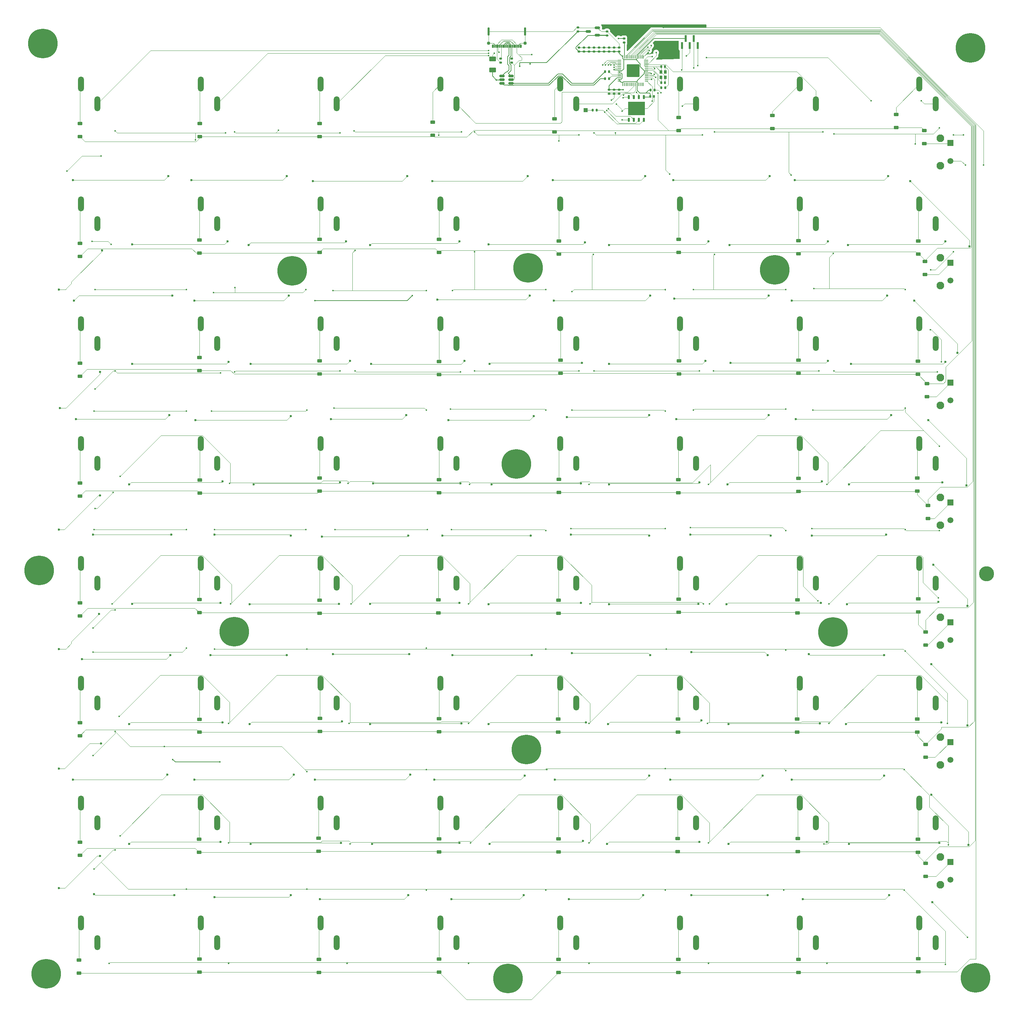
<source format=gbr>
%TF.GenerationSoftware,KiCad,Pcbnew,9.0.1*%
%TF.CreationDate,2025-05-31T16:07:01+01:00*%
%TF.ProjectId,Button MIDI Controller,42757474-6f6e-4204-9d49-444920436f6e,rev?*%
%TF.SameCoordinates,Original*%
%TF.FileFunction,Copper,L2,Bot*%
%TF.FilePolarity,Positive*%
%FSLAX46Y46*%
G04 Gerber Fmt 4.6, Leading zero omitted, Abs format (unit mm)*
G04 Created by KiCad (PCBNEW 9.0.1) date 2025-05-31 16:07:01*
%MOMM*%
%LPD*%
G01*
G04 APERTURE LIST*
G04 Aperture macros list*
%AMRoundRect*
0 Rectangle with rounded corners*
0 $1 Rounding radius*
0 $2 $3 $4 $5 $6 $7 $8 $9 X,Y pos of 4 corners*
0 Add a 4 corners polygon primitive as box body*
4,1,4,$2,$3,$4,$5,$6,$7,$8,$9,$2,$3,0*
0 Add four circle primitives for the rounded corners*
1,1,$1+$1,$2,$3*
1,1,$1+$1,$4,$5*
1,1,$1+$1,$6,$7*
1,1,$1+$1,$8,$9*
0 Add four rect primitives between the rounded corners*
20,1,$1+$1,$2,$3,$4,$5,0*
20,1,$1+$1,$4,$5,$6,$7,0*
20,1,$1+$1,$6,$7,$8,$9,0*
20,1,$1+$1,$8,$9,$2,$3,0*%
G04 Aperture macros list end*
%TA.AperFunction,SMDPad,CuDef*%
%ADD10RoundRect,0.250000X-0.625000X0.375000X-0.625000X-0.375000X0.625000X-0.375000X0.625000X0.375000X0*%
%TD*%
%TA.AperFunction,ComponentPad*%
%ADD11O,1.500000X3.800000*%
%TD*%
%TA.AperFunction,ComponentPad*%
%ADD12C,4.700000*%
%TD*%
%TA.AperFunction,ConnectorPad*%
%ADD13C,7.500000*%
%TD*%
%TA.AperFunction,ComponentPad*%
%ADD14R,1.508000X1.508000*%
%TD*%
%TA.AperFunction,ComponentPad*%
%ADD15C,1.508000*%
%TD*%
%TA.AperFunction,ComponentPad*%
%ADD16C,1.950000*%
%TD*%
%TA.AperFunction,ComponentPad*%
%ADD17C,3.800000*%
%TD*%
%TA.AperFunction,SMDPad,CuDef*%
%ADD18RoundRect,0.225000X0.375000X-0.225000X0.375000X0.225000X-0.375000X0.225000X-0.375000X-0.225000X0*%
%TD*%
%TA.AperFunction,SMDPad,CuDef*%
%ADD19RoundRect,0.225000X-0.375000X0.225000X-0.375000X-0.225000X0.375000X-0.225000X0.375000X0.225000X0*%
%TD*%
%TA.AperFunction,SMDPad,CuDef*%
%ADD20RoundRect,0.140000X0.170000X-0.140000X0.170000X0.140000X-0.170000X0.140000X-0.170000X-0.140000X0*%
%TD*%
%TA.AperFunction,SMDPad,CuDef*%
%ADD21RoundRect,0.140000X-0.170000X0.140000X-0.170000X-0.140000X0.170000X-0.140000X0.170000X0.140000X0*%
%TD*%
%TA.AperFunction,SMDPad,CuDef*%
%ADD22RoundRect,0.050000X-0.050000X0.387500X-0.050000X-0.387500X0.050000X-0.387500X0.050000X0.387500X0*%
%TD*%
%TA.AperFunction,SMDPad,CuDef*%
%ADD23RoundRect,0.050000X-0.387500X0.050000X-0.387500X-0.050000X0.387500X-0.050000X0.387500X0.050000X0*%
%TD*%
%TA.AperFunction,ComponentPad*%
%ADD24C,0.600000*%
%TD*%
%TA.AperFunction,SMDPad,CuDef*%
%ADD25RoundRect,0.144000X-1.456000X1.456000X-1.456000X-1.456000X1.456000X-1.456000X1.456000X1.456000X0*%
%TD*%
%TA.AperFunction,SMDPad,CuDef*%
%ADD26RoundRect,0.135000X-0.135000X-0.185000X0.135000X-0.185000X0.135000X0.185000X-0.135000X0.185000X0*%
%TD*%
%TA.AperFunction,SMDPad,CuDef*%
%ADD27R,0.800000X0.900000*%
%TD*%
%TA.AperFunction,SMDPad,CuDef*%
%ADD28RoundRect,0.135000X-0.185000X0.135000X-0.185000X-0.135000X0.185000X-0.135000X0.185000X0.135000X0*%
%TD*%
%TA.AperFunction,SMDPad,CuDef*%
%ADD29R,0.600000X1.750000*%
%TD*%
%TA.AperFunction,SMDPad,CuDef*%
%ADD30RoundRect,0.140000X-0.140000X-0.170000X0.140000X-0.170000X0.140000X0.170000X-0.140000X0.170000X0*%
%TD*%
%TA.AperFunction,SMDPad,CuDef*%
%ADD31RoundRect,0.150000X0.512500X0.150000X-0.512500X0.150000X-0.512500X-0.150000X0.512500X-0.150000X0*%
%TD*%
%TA.AperFunction,SMDPad,CuDef*%
%ADD32R,1.000000X1.000000*%
%TD*%
%TA.AperFunction,SMDPad,CuDef*%
%ADD33RoundRect,0.140000X0.140000X0.170000X-0.140000X0.170000X-0.140000X-0.170000X0.140000X-0.170000X0*%
%TD*%
%TA.AperFunction,SMDPad,CuDef*%
%ADD34RoundRect,0.055000X0.165000X-0.465000X0.165000X0.465000X-0.165000X0.465000X-0.165000X-0.465000X0*%
%TD*%
%TA.AperFunction,SMDPad,CuDef*%
%ADD35R,4.300000X3.400000*%
%TD*%
%TA.AperFunction,SMDPad,CuDef*%
%ADD36RoundRect,0.070000X-0.070000X-0.345000X0.070000X-0.345000X0.070000X0.345000X-0.070000X0.345000X0*%
%TD*%
%TA.AperFunction,SMDPad,CuDef*%
%ADD37RoundRect,0.112500X-0.112500X-0.302500X0.112500X-0.302500X0.112500X0.302500X-0.112500X0.302500X0*%
%TD*%
%TA.AperFunction,HeatsinkPad*%
%ADD38O,0.550000X2.050000*%
%TD*%
%TA.AperFunction,HeatsinkPad*%
%ADD39C,0.850000*%
%TD*%
%TA.AperFunction,SMDPad,CuDef*%
%ADD40RoundRect,0.135000X0.135000X0.185000X-0.135000X0.185000X-0.135000X-0.185000X0.135000X-0.185000X0*%
%TD*%
%TA.AperFunction,SMDPad,CuDef*%
%ADD41RoundRect,0.135000X0.185000X-0.135000X0.185000X0.135000X-0.185000X0.135000X-0.185000X-0.135000X0*%
%TD*%
%TA.AperFunction,ViaPad*%
%ADD42C,0.450000*%
%TD*%
%TA.AperFunction,ViaPad*%
%ADD43C,0.600000*%
%TD*%
%TA.AperFunction,Conductor*%
%ADD44C,0.150000*%
%TD*%
%TA.AperFunction,Conductor*%
%ADD45C,0.100000*%
%TD*%
%TA.AperFunction,Conductor*%
%ADD46C,0.200000*%
%TD*%
G04 APERTURE END LIST*
D10*
%TO.P,F1,2*%
%TO.N,+5V*%
X-171700000Y309790000D03*
%TO.P,F1,1*%
%TO.N,VBUS*%
X-171700000Y312590000D03*
%TD*%
D11*
%TO.P,MX12,1,COL*%
%TO.N,COL3*%
X-180800000Y270900000D03*
%TO.P,MX12,2,ROW*%
%TO.N,Net-(D12-A)*%
X-184900000Y275900000D03*
%TD*%
%TO.P,MX51,1,COL*%
%TO.N,COL2*%
X-211100000Y119400000D03*
%TO.P,MX51,2,ROW*%
%TO.N,Net-(D51-A)*%
X-215200000Y124400000D03*
%TD*%
%TO.P,MX22,1,COL*%
%TO.N,COL5*%
X-120200000Y240600000D03*
%TO.P,MX22,2,ROW*%
%TO.N,Net-(D22-A)*%
X-124300000Y245600000D03*
%TD*%
D12*
%TO.P,REF\u002A\u002A,1*%
%TO.N,N/C*%
X-50760000Y315420000D03*
D13*
X-50760000Y315420000D03*
%TD*%
D11*
%TO.P,MX4,1,COL*%
%TO.N,COL3*%
X-180800000Y301200000D03*
%TO.P,MX4,2,ROW*%
%TO.N,Net-(D4-A)*%
X-184900000Y306200000D03*
%TD*%
%TO.P,MX2,1,COL*%
%TO.N,COL1*%
X-241400000Y301200000D03*
%TO.P,MX2,2,ROW*%
%TO.N,Net-(D2-A)*%
X-245500000Y306200000D03*
%TD*%
D12*
%TO.P,REF\u002A\u002A,1*%
%TO.N,N/C*%
X-100320000Y259260000D03*
D13*
X-100320000Y259260000D03*
%TD*%
D11*
%TO.P,MX46,1,COL*%
%TO.N,COL5*%
X-120200000Y149700000D03*
%TO.P,MX46,2,ROW*%
%TO.N,Net-(D46-A)*%
X-124300000Y154700000D03*
%TD*%
%TO.P,MX55,1,COL*%
%TO.N,COL6*%
X-89900000Y119400000D03*
%TO.P,MX55,2,ROW*%
%TO.N,Net-(D55-A)*%
X-94000000Y124400000D03*
%TD*%
%TO.P,MX56,1,COL*%
%TO.N,COL7*%
X-59600000Y119400000D03*
%TO.P,MX56,2,ROW*%
%TO.N,Net-(D56-A)*%
X-63700000Y124400000D03*
%TD*%
D14*
%TO.P,S2,1*%
%TO.N,Net-(D194-A)*%
X-55880000Y261002000D03*
D15*
%TO.P,S2,2*%
%TO.N,COL8*%
X-55880000Y256502000D03*
D16*
%TO.P,S2,3,GND*%
%TO.N,GND*%
X-58380000Y262252000D03*
%TO.P,S2,4,GND*%
X-58380000Y255252000D03*
%TD*%
D11*
%TO.P,MX48,1,COL*%
%TO.N,COL7*%
X-59600000Y149700000D03*
%TO.P,MX48,2,ROW*%
%TO.N,Net-(D48-A)*%
X-63700000Y154700000D03*
%TD*%
D14*
%TO.P,S1,1*%
%TO.N,Net-(D193-A)*%
X-55880000Y291302000D03*
D15*
%TO.P,S1,2*%
%TO.N,COL8*%
X-55880000Y286802000D03*
D16*
%TO.P,S1,3,GND*%
%TO.N,GND*%
X-58380000Y292552000D03*
%TO.P,S1,4,GND*%
X-58380000Y285552000D03*
%TD*%
D11*
%TO.P,MX40,1,COL*%
%TO.N,COL7*%
X-59600000Y180000000D03*
%TO.P,MX40,2,ROW*%
%TO.N,Net-(D40-A)*%
X-63700000Y185000000D03*
%TD*%
%TO.P,MX47,1,COL*%
%TO.N,COL6*%
X-89900000Y149700000D03*
%TO.P,MX47,2,ROW*%
%TO.N,Net-(D47-A)*%
X-94000000Y154700000D03*
%TD*%
%TO.P,MX42,1,COL*%
%TO.N,COL1*%
X-241400000Y149700000D03*
%TO.P,MX42,2,ROW*%
%TO.N,Net-(D42-A)*%
X-245500000Y154700000D03*
%TD*%
%TO.P,MX53,1,COL*%
%TO.N,COL4*%
X-150500000Y119400000D03*
%TO.P,MX53,2,ROW*%
%TO.N,Net-(D53-A)*%
X-154600000Y124400000D03*
%TD*%
%TO.P,MX38,1,COL*%
%TO.N,COL5*%
X-120200000Y180000000D03*
%TO.P,MX38,2,ROW*%
%TO.N,Net-(D38-A)*%
X-124300000Y185000000D03*
%TD*%
%TO.P,MX37,1,COL*%
%TO.N,COL4*%
X-150500000Y180000000D03*
%TO.P,MX37,2,ROW*%
%TO.N,Net-(D37-A)*%
X-154600000Y185000000D03*
%TD*%
%TO.P,MX61,1,COL*%
%TO.N,COL4*%
X-150500000Y89100000D03*
%TO.P,MX61,2,ROW*%
%TO.N,Net-(D61-A)*%
X-154600000Y94100000D03*
%TD*%
D14*
%TO.P,S5,1*%
%TO.N,Net-(D197-A)*%
X-55880000Y170102000D03*
D15*
%TO.P,S5,2*%
%TO.N,COL8*%
X-55880000Y165602000D03*
D16*
%TO.P,S5,3,GND*%
%TO.N,GND*%
X-58380000Y171352000D03*
%TO.P,S5,4,GND*%
X-58380000Y164352000D03*
%TD*%
D12*
%TO.P,REF\u002A\u002A,1*%
%TO.N,N/C*%
X-222420000Y259010000D03*
D13*
X-222420000Y259010000D03*
%TD*%
D14*
%TO.P,S3,1*%
%TO.N,Net-(D195-A)*%
X-55880000Y230702000D03*
D15*
%TO.P,S3,2*%
%TO.N,COL8*%
X-55880000Y226202000D03*
D16*
%TO.P,S3,3,GND*%
%TO.N,GND*%
X-58380000Y231952000D03*
%TO.P,S3,4,GND*%
X-58380000Y224952000D03*
%TD*%
D12*
%TO.P,REF\u002A\u002A,1*%
%TO.N,N/C*%
X-286430000Y183240000D03*
D13*
X-286430000Y183240000D03*
%TD*%
D11*
%TO.P,MX52,1,COL*%
%TO.N,COL3*%
X-180800000Y119400000D03*
%TO.P,MX52,2,ROW*%
%TO.N,Net-(D52-A)*%
X-184900000Y124400000D03*
%TD*%
D12*
%TO.P,REF\u002A\u002A,1*%
%TO.N,N/C*%
X-162720000Y259720000D03*
D13*
X-162720000Y259720000D03*
%TD*%
D12*
%TO.P,REF\u002A\u002A,1*%
%TO.N,N/C*%
X-165660000Y210150000D03*
D13*
X-165660000Y210150000D03*
%TD*%
D11*
%TO.P,MX50,1,COL*%
%TO.N,COL1*%
X-241400000Y119400000D03*
%TO.P,MX50,2,ROW*%
%TO.N,Net-(D50-A)*%
X-245500000Y124400000D03*
%TD*%
%TO.P,MX14,1,COL*%
%TO.N,COL5*%
X-120200000Y270900000D03*
%TO.P,MX14,2,ROW*%
%TO.N,Net-(D14-A)*%
X-124300000Y275900000D03*
%TD*%
%TO.P,MX8,1,COL*%
%TO.N,COL7*%
X-59600000Y301200000D03*
%TO.P,MX8,2,ROW*%
%TO.N,Net-(D8-A)*%
X-63700000Y306200000D03*
%TD*%
%TO.P,MX45,1,COL*%
%TO.N,COL4*%
X-150500000Y149700000D03*
%TO.P,MX45,2,ROW*%
%TO.N,Net-(D45-A)*%
X-154600000Y154700000D03*
%TD*%
%TO.P,MX5,1,COL*%
%TO.N,COL4*%
X-150500000Y301200000D03*
%TO.P,MX5,2,ROW*%
%TO.N,Net-(D5-A)*%
X-154600000Y306200000D03*
%TD*%
%TO.P,MX6,1,COL*%
%TO.N,COL5*%
X-120200000Y301200000D03*
%TO.P,MX6,2,ROW*%
%TO.N,Net-(D6-A)*%
X-124300000Y306200000D03*
%TD*%
D12*
%TO.P,REF\u002A\u002A,1*%
%TO.N,N/C*%
X-49480000Y80180000D03*
D13*
X-49480000Y80180000D03*
%TD*%
D11*
%TO.P,MX57,1,COL*%
%TO.N,COL0*%
X-271700000Y89100000D03*
%TO.P,MX57,2,ROW*%
%TO.N,Net-(D57-A)*%
X-275800000Y94100000D03*
%TD*%
%TO.P,MX17,1,COL*%
%TO.N,COL0*%
X-271700000Y240600000D03*
%TO.P,MX17,2,ROW*%
%TO.N,Net-(D17-A)*%
X-275800000Y245600000D03*
%TD*%
%TO.P,MX15,1,COL*%
%TO.N,COL6*%
X-89900000Y270900000D03*
%TO.P,MX15,2,ROW*%
%TO.N,Net-(D15-A)*%
X-94000000Y275900000D03*
%TD*%
%TO.P,MX36,1,COL*%
%TO.N,COL3*%
X-180800000Y180000000D03*
%TO.P,MX36,2,ROW*%
%TO.N,Net-(D36-A)*%
X-184900000Y185000000D03*
%TD*%
%TO.P,MX29,1,COL*%
%TO.N,COL4*%
X-150500000Y210300000D03*
%TO.P,MX29,2,ROW*%
%TO.N,Net-(D29-A)*%
X-154600000Y215300000D03*
%TD*%
D12*
%TO.P,REF\u002A\u002A,1*%
%TO.N,N/C*%
X-237040000Y167720000D03*
D13*
X-237040000Y167720000D03*
%TD*%
D11*
%TO.P,MX64,1,COL*%
%TO.N,COL7*%
X-59600000Y89100000D03*
%TO.P,MX64,2,ROW*%
%TO.N,Net-(D64-A)*%
X-63700000Y94100000D03*
%TD*%
%TO.P,MX21,1,COL*%
%TO.N,COL4*%
X-150500000Y240600000D03*
%TO.P,MX21,2,ROW*%
%TO.N,Net-(D21-A)*%
X-154600000Y245600000D03*
%TD*%
%TO.P,MX18,1,COL*%
%TO.N,COL1*%
X-241400000Y240600000D03*
%TO.P,MX18,2,ROW*%
%TO.N,Net-(D18-A)*%
X-245500000Y245600000D03*
%TD*%
%TO.P,MX13,1,COL*%
%TO.N,COL4*%
X-150500000Y270900000D03*
%TO.P,MX13,2,ROW*%
%TO.N,Net-(D13-A)*%
X-154600000Y275900000D03*
%TD*%
%TO.P,MX23,1,COL*%
%TO.N,COL6*%
X-89900000Y240600000D03*
%TO.P,MX23,2,ROW*%
%TO.N,Net-(D23-A)*%
X-94000000Y245600000D03*
%TD*%
D17*
%TO.P,REF\u002A\u002A,1*%
%TO.N,N/C*%
X-46736000Y182372000D03*
%TD*%
D11*
%TO.P,MX43,1,COL*%
%TO.N,COL2*%
X-211100000Y149700000D03*
%TO.P,MX43,2,ROW*%
%TO.N,Net-(D43-A)*%
X-215200000Y154700000D03*
%TD*%
D12*
%TO.P,REF\u002A\u002A,1*%
%TO.N,N/C*%
X-85540000Y167600000D03*
D13*
X-85540000Y167600000D03*
%TD*%
D11*
%TO.P,MX35,1,COL*%
%TO.N,COL2*%
X-211100000Y180000000D03*
%TO.P,MX35,2,ROW*%
%TO.N,Net-(D35-A)*%
X-215200000Y185000000D03*
%TD*%
%TO.P,MX24,1,COL*%
%TO.N,COL7*%
X-59600000Y240600000D03*
%TO.P,MX24,2,ROW*%
%TO.N,Net-(D24-A)*%
X-63700000Y245600000D03*
%TD*%
%TO.P,MX62,1,COL*%
%TO.N,COL5*%
X-120200000Y89100000D03*
%TO.P,MX62,2,ROW*%
%TO.N,Net-(D62-A)*%
X-124300000Y94100000D03*
%TD*%
%TO.P,MX34,1,COL*%
%TO.N,COL1*%
X-241400000Y180000000D03*
%TO.P,MX34,2,ROW*%
%TO.N,Net-(D34-A)*%
X-245500000Y185000000D03*
%TD*%
%TO.P,MX49,1,COL*%
%TO.N,COL0*%
X-271700000Y119400000D03*
%TO.P,MX49,2,ROW*%
%TO.N,Net-(D49-A)*%
X-275800000Y124400000D03*
%TD*%
%TO.P,MX19,1,COL*%
%TO.N,COL2*%
X-211100000Y240600000D03*
%TO.P,MX19,2,ROW*%
%TO.N,Net-(D19-A)*%
X-215200000Y245600000D03*
%TD*%
%TO.P,MX3,1,COL*%
%TO.N,COL2*%
X-211100000Y301200000D03*
%TO.P,MX3,2,ROW*%
%TO.N,Net-(D3-A)*%
X-215200000Y306200000D03*
%TD*%
%TO.P,MX1,1,COL*%
%TO.N,COL0*%
X-271700000Y301200000D03*
%TO.P,MX1,2,ROW*%
%TO.N,Net-(D1-A)*%
X-275800000Y306200000D03*
%TD*%
%TO.P,MX32,1,COL*%
%TO.N,COL7*%
X-59600000Y210300000D03*
%TO.P,MX32,2,ROW*%
%TO.N,Net-(D32-A)*%
X-63700000Y215300000D03*
%TD*%
D12*
%TO.P,REF\u002A\u002A,1*%
%TO.N,N/C*%
X-167780000Y79980000D03*
D13*
X-167780000Y79980000D03*
%TD*%
D14*
%TO.P,S6,1*%
%TO.N,Net-(D198-A)*%
X-55880000Y139802000D03*
D15*
%TO.P,S6,2*%
%TO.N,COL8*%
X-55880000Y135302000D03*
D16*
%TO.P,S6,3,GND*%
%TO.N,GND*%
X-58380000Y141052000D03*
%TO.P,S6,4,GND*%
X-58380000Y134052000D03*
%TD*%
D11*
%TO.P,MX9,1,COL*%
%TO.N,COL0*%
X-271700000Y270900000D03*
%TO.P,MX9,2,ROW*%
%TO.N,Net-(D9-A)*%
X-275800000Y275900000D03*
%TD*%
D12*
%TO.P,REF\u002A\u002A,1*%
%TO.N,N/C*%
X-163130000Y137880000D03*
D13*
X-163130000Y137880000D03*
%TD*%
D11*
%TO.P,MX60,1,COL*%
%TO.N,COL3*%
X-180800000Y89100000D03*
%TO.P,MX60,2,ROW*%
%TO.N,Net-(D60-A)*%
X-184900000Y94100000D03*
%TD*%
%TO.P,MX27,1,COL*%
%TO.N,COL2*%
X-211100000Y210300000D03*
%TO.P,MX27,2,ROW*%
%TO.N,Net-(D27-A)*%
X-215200000Y215300000D03*
%TD*%
%TO.P,MX54,1,COL*%
%TO.N,COL5*%
X-120200000Y119400000D03*
%TO.P,MX54,2,ROW*%
%TO.N,Net-(D54-A)*%
X-124300000Y124400000D03*
%TD*%
%TO.P,MX58,1,COL*%
%TO.N,COL1*%
X-241400000Y89100000D03*
%TO.P,MX58,2,ROW*%
%TO.N,Net-(D58-A)*%
X-245500000Y94100000D03*
%TD*%
%TO.P,MX33,1,COL*%
%TO.N,COL0*%
X-271700000Y180000000D03*
%TO.P,MX33,2,ROW*%
%TO.N,Net-(D33-A)*%
X-275800000Y185000000D03*
%TD*%
%TO.P,MX16,1,COL*%
%TO.N,COL7*%
X-59600000Y270900000D03*
%TO.P,MX16,2,ROW*%
%TO.N,Net-(D16-A)*%
X-63700000Y275900000D03*
%TD*%
D14*
%TO.P,S4,1*%
%TO.N,Net-(D196-A)*%
X-55880000Y200402000D03*
D15*
%TO.P,S4,2*%
%TO.N,COL8*%
X-55880000Y195902000D03*
D16*
%TO.P,S4,3,GND*%
%TO.N,GND*%
X-58380000Y201652000D03*
%TO.P,S4,4,GND*%
X-58380000Y194652000D03*
%TD*%
D11*
%TO.P,MX30,1,COL*%
%TO.N,COL5*%
X-120200000Y210300000D03*
%TO.P,MX30,2,ROW*%
%TO.N,Net-(D30-A)*%
X-124300000Y215300000D03*
%TD*%
%TO.P,MX7,1,COL*%
%TO.N,COL6*%
X-89900000Y301200000D03*
%TO.P,MX7,2,ROW*%
%TO.N,Net-(D7-A)*%
X-94000000Y306200000D03*
%TD*%
D14*
%TO.P,S7,1*%
%TO.N,Net-(D199-A)*%
X-55880000Y109502000D03*
D15*
%TO.P,S7,2*%
%TO.N,COL8*%
X-55880000Y105002000D03*
D16*
%TO.P,S7,3,GND*%
%TO.N,GND*%
X-58380000Y110752000D03*
%TO.P,S7,4,GND*%
X-58380000Y103752000D03*
%TD*%
D11*
%TO.P,MX28,1,COL*%
%TO.N,COL3*%
X-180800000Y210300000D03*
%TO.P,MX28,2,ROW*%
%TO.N,Net-(D28-A)*%
X-184900000Y215300000D03*
%TD*%
%TO.P,MX26,1,COL*%
%TO.N,COL1*%
X-241400000Y210300000D03*
%TO.P,MX26,2,ROW*%
%TO.N,Net-(D26-A)*%
X-245500000Y215300000D03*
%TD*%
%TO.P,MX63,1,COL*%
%TO.N,COL6*%
X-89900000Y89100000D03*
%TO.P,MX63,2,ROW*%
%TO.N,Net-(D63-A)*%
X-94000000Y94100000D03*
%TD*%
%TO.P,MX44,1,COL*%
%TO.N,COL3*%
X-180800000Y149700000D03*
%TO.P,MX44,2,ROW*%
%TO.N,Net-(D44-A)*%
X-184900000Y154700000D03*
%TD*%
%TO.P,MX39,1,COL*%
%TO.N,COL6*%
X-89900000Y180000000D03*
%TO.P,MX39,2,ROW*%
%TO.N,Net-(D39-A)*%
X-94000000Y185000000D03*
%TD*%
%TO.P,MX20,1,COL*%
%TO.N,COL3*%
X-180800000Y240600000D03*
%TO.P,MX20,2,ROW*%
%TO.N,Net-(D20-A)*%
X-184900000Y245600000D03*
%TD*%
D12*
%TO.P,REF\u002A\u002A,1*%
%TO.N,N/C*%
X-285470000Y316470000D03*
D13*
X-285470000Y316470000D03*
%TD*%
D12*
%TO.P,REF\u002A\u002A,1*%
%TO.N,N/C*%
X-284640000Y81220000D03*
D13*
X-284640000Y81220000D03*
%TD*%
D11*
%TO.P,MX25,1,COL*%
%TO.N,COL0*%
X-271700000Y210300000D03*
%TO.P,MX25,2,ROW*%
%TO.N,Net-(D25-A)*%
X-275800000Y215300000D03*
%TD*%
%TO.P,MX59,1,COL*%
%TO.N,COL2*%
X-211100000Y89100000D03*
%TO.P,MX59,2,ROW*%
%TO.N,Net-(D59-A)*%
X-215200000Y94100000D03*
%TD*%
%TO.P,MX41,1,COL*%
%TO.N,COL0*%
X-271700000Y149700000D03*
%TO.P,MX41,2,ROW*%
%TO.N,Net-(D41-A)*%
X-275800000Y154700000D03*
%TD*%
%TO.P,MX31,1,COL*%
%TO.N,COL6*%
X-89900000Y210300000D03*
%TO.P,MX31,2,ROW*%
%TO.N,Net-(D31-A)*%
X-94000000Y215300000D03*
%TD*%
%TO.P,MX10,1,COL*%
%TO.N,COL1*%
X-241400000Y270900000D03*
%TO.P,MX10,2,ROW*%
%TO.N,Net-(D10-A)*%
X-245500000Y275900000D03*
%TD*%
%TO.P,MX11,1,COL*%
%TO.N,COL2*%
X-211100000Y270900000D03*
%TO.P,MX11,2,ROW*%
%TO.N,Net-(D11-A)*%
X-215200000Y275900000D03*
%TD*%
D18*
%TO.P,D40,1,K*%
%TO.N,ROW4*%
X-63970000Y172720000D03*
%TO.P,D40,2,A*%
%TO.N,Net-(D40-A)*%
X-63970000Y176020000D03*
%TD*%
D19*
%TO.P,D198,1,K*%
%TO.N,ROW5*%
X-62090000Y139230000D03*
%TO.P,D198,2,A*%
%TO.N,Net-(D198-A)*%
X-62090000Y135930000D03*
%TD*%
D18*
%TO.P,D30,1,K*%
%TO.N,ROW3*%
X-124690000Y202880000D03*
%TO.P,D30,2,A*%
%TO.N,Net-(D30-A)*%
X-124690000Y206180000D03*
%TD*%
%TO.P,D20,1,K*%
%TO.N,ROW2*%
X-185210000Y232710000D03*
%TO.P,D20,2,A*%
%TO.N,Net-(D20-A)*%
X-185210000Y236010000D03*
%TD*%
%TO.P,D18,1,K*%
%TO.N,ROW2*%
X-245820000Y233800000D03*
%TO.P,D18,2,A*%
%TO.N,Net-(D18-A)*%
X-245820000Y237100000D03*
%TD*%
%TO.P,D26,1,K*%
%TO.N,ROW3*%
X-245810000Y202780000D03*
%TO.P,D26,2,A*%
%TO.N,Net-(D26-A)*%
X-245810000Y206080000D03*
%TD*%
%TO.P,D49,1,K*%
%TO.N,ROW6*%
X-276080000Y111130000D03*
%TO.P,D49,2,A*%
%TO.N,Net-(D49-A)*%
X-276080000Y114430000D03*
%TD*%
%TO.P,D38,1,K*%
%TO.N,ROW4*%
X-124620000Y172620000D03*
%TO.P,D38,2,A*%
%TO.N,Net-(D38-A)*%
X-124620000Y175920000D03*
%TD*%
D19*
%TO.P,D194,1,K*%
%TO.N,ROW1*%
X-62320000Y261357500D03*
%TO.P,D194,2,A*%
%TO.N,Net-(D194-A)*%
X-62320000Y258057500D03*
%TD*%
D18*
%TO.P,D29,1,K*%
%TO.N,ROW3*%
X-154950000Y202910000D03*
%TO.P,D29,2,A*%
%TO.N,Net-(D29-A)*%
X-154950000Y206210000D03*
%TD*%
%TO.P,D59,1,K*%
%TO.N,ROW7*%
X-215600000Y81540000D03*
%TO.P,D59,2,A*%
%TO.N,Net-(D59-A)*%
X-215600000Y84840000D03*
%TD*%
%TO.P,D62,1,K*%
%TO.N,ROW7*%
X-124670000Y81500000D03*
%TO.P,D62,2,A*%
%TO.N,Net-(D62-A)*%
X-124670000Y84800000D03*
%TD*%
%TO.P,D60,1,K*%
%TO.N,ROW7*%
X-185250000Y81630000D03*
%TO.P,D60,2,A*%
%TO.N,Net-(D60-A)*%
X-185250000Y84930000D03*
%TD*%
%TO.P,D25,1,K*%
%TO.N,ROW3*%
X-276080000Y202030000D03*
%TO.P,D25,2,A*%
%TO.N,Net-(D25-A)*%
X-276080000Y205330000D03*
%TD*%
%TO.P,D32,1,K*%
%TO.N,ROW3*%
X-64260000Y203260000D03*
%TO.P,D32,2,A*%
%TO.N,Net-(D32-A)*%
X-64260000Y206560000D03*
%TD*%
%TO.P,D10,1,K*%
%TO.N,ROW1*%
X-245840000Y263500000D03*
%TO.P,D10,2,A*%
%TO.N,Net-(D10-A)*%
X-245840000Y266800000D03*
%TD*%
%TO.P,D45,1,K*%
%TO.N,ROW5*%
X-155070000Y142330000D03*
%TO.P,D45,2,A*%
%TO.N,Net-(D45-A)*%
X-155070000Y145630000D03*
%TD*%
%TO.P,D22,1,K*%
%TO.N,ROW2*%
X-124500000Y232930000D03*
%TO.P,D22,2,A*%
%TO.N,Net-(D22-A)*%
X-124500000Y236230000D03*
%TD*%
%TO.P,D64,1,K*%
%TO.N,ROW7*%
X-64010000Y81700000D03*
%TO.P,D64,2,A*%
%TO.N,Net-(D64-A)*%
X-64010000Y85000000D03*
%TD*%
%TO.P,D27,1,K*%
%TO.N,ROW3*%
X-215430000Y203290000D03*
%TO.P,D27,2,A*%
%TO.N,Net-(D27-A)*%
X-215430000Y206590000D03*
%TD*%
D20*
%TO.P,C9,1*%
%TO.N,+3V3*%
X-149860000Y314480000D03*
%TO.P,C9,2*%
%TO.N,GND*%
X-149860000Y315440000D03*
%TD*%
D19*
%TO.P,D196,1,K*%
%TO.N,ROW3*%
X-61500000Y199630000D03*
%TO.P,D196,2,A*%
%TO.N,Net-(D196-A)*%
X-61500000Y196330000D03*
%TD*%
D18*
%TO.P,D13,1,K*%
%TO.N,ROW1*%
X-154880000Y263260000D03*
%TO.P,D13,2,A*%
%TO.N,Net-(D13-A)*%
X-154880000Y266560000D03*
%TD*%
%TO.P,D47,1,K*%
%TO.N,ROW5*%
X-94600000Y142300000D03*
%TO.P,D47,2,A*%
%TO.N,Net-(D47-A)*%
X-94600000Y145600000D03*
%TD*%
%TO.P,D5,1,K*%
%TO.N,ROW0*%
X-156010000Y294170000D03*
%TO.P,D5,2,A*%
%TO.N,Net-(D5-A)*%
X-156010000Y297470000D03*
%TD*%
D21*
%TO.P,C6,1*%
%TO.N,+1V1*%
X-142240000Y304772000D03*
%TO.P,C6,2*%
%TO.N,GND*%
X-142240000Y303812000D03*
%TD*%
D22*
%TO.P,U1,1,IOVDD*%
%TO.N,+3V3*%
X-138744000Y313063500D03*
%TO.P,U1,2,GPIO0*%
%TO.N,LED_DIN*%
X-138344000Y313063500D03*
%TO.P,U1,3,GPIO1*%
%TO.N,ROW7*%
X-137944000Y313063500D03*
%TO.P,U1,4,GPIO2*%
%TO.N,ROW6*%
X-137544000Y313063500D03*
%TO.P,U1,5,GPIO3*%
%TO.N,ROW5*%
X-137144000Y313063500D03*
%TO.P,U1,6,GPIO4*%
%TO.N,ROW4*%
X-136744000Y313063500D03*
%TO.P,U1,7,GPIO5*%
%TO.N,ROW3*%
X-136344000Y313063500D03*
%TO.P,U1,8,GPIO6*%
%TO.N,ROW2*%
X-135944000Y313063500D03*
%TO.P,U1,9,GPIO7*%
%TO.N,ROW1*%
X-135544000Y313063500D03*
%TO.P,U1,10,IOVDD*%
%TO.N,+3V3*%
X-135144000Y313063500D03*
%TO.P,U1,11,GPIO8*%
%TO.N,COL2*%
X-134744000Y313063500D03*
%TO.P,U1,12,GPIO9*%
%TO.N,COL1*%
X-134344000Y313063500D03*
%TO.P,U1,13,GPIO10*%
%TO.N,COL0*%
X-133944000Y313063500D03*
%TO.P,U1,14,GPIO11*%
%TO.N,COL8*%
X-133544000Y313063500D03*
D23*
%TO.P,U1,15,GPIO12*%
%TO.N,unconnected-(U1-GPIO12-Pad15)*%
X-132706500Y312226000D03*
%TO.P,U1,16,GPIO13*%
%TO.N,unconnected-(U1-GPIO13-Pad16)*%
X-132706500Y311826000D03*
%TO.P,U1,17,GPIO14*%
%TO.N,COL7*%
X-132706500Y311426000D03*
%TO.P,U1,18,GPIO15*%
%TO.N,COL6*%
X-132706500Y311026000D03*
%TO.P,U1,19,TESTEN*%
%TO.N,GND*%
X-132706500Y310626000D03*
%TO.P,U1,20,XTAL_IN*%
%TO.N,XTAL_IN*%
X-132706500Y310226000D03*
%TO.P,U1,21,XTAL_OUT*%
%TO.N,Net-(U1-XTAL_OUT)*%
X-132706500Y309826000D03*
%TO.P,U1,22,IOVDD*%
%TO.N,+3V3*%
X-132706500Y309426000D03*
%TO.P,U1,23,DVDD*%
%TO.N,+1V1*%
X-132706500Y309026000D03*
%TO.P,U1,24,SWCLK*%
%TO.N,SWCLK*%
X-132706500Y308626000D03*
%TO.P,U1,25,SWDIO*%
%TO.N,SWDIO*%
X-132706500Y308226000D03*
%TO.P,U1,26,~{RUN}*%
%TO.N,~{RESET}*%
X-132706500Y307826000D03*
%TO.P,U1,27,GPIO16*%
%TO.N,ROW0*%
X-132706500Y307426000D03*
%TO.P,U1,28,GPIO17*%
%TO.N,COL5*%
X-132706500Y307026000D03*
D22*
%TO.P,U1,29,GPIO18*%
%TO.N,unconnected-(U1-GPIO18-Pad29)*%
X-133544000Y306188500D03*
%TO.P,U1,30,GPIO19*%
%TO.N,unconnected-(U1-GPIO19-Pad30)*%
X-133944000Y306188500D03*
%TO.P,U1,31,GPIO20*%
%TO.N,unconnected-(U1-GPIO20-Pad31)*%
X-134344000Y306188500D03*
%TO.P,U1,32,GPIO21*%
%TO.N,unconnected-(U1-GPIO21-Pad32)*%
X-134744000Y306188500D03*
%TO.P,U1,33,IOVDD*%
%TO.N,+3V3*%
X-135144000Y306188500D03*
%TO.P,U1,34,GPIO22*%
%TO.N,COL4*%
X-135544000Y306188500D03*
%TO.P,U1,35,GPIO23*%
%TO.N,COL3*%
X-135944000Y306188500D03*
%TO.P,U1,36,GPIO24*%
%TO.N,unconnected-(U1-GPIO24-Pad36)*%
X-136344000Y306188500D03*
%TO.P,U1,37,GPIO25*%
%TO.N,unconnected-(U1-GPIO25-Pad37)*%
X-136744000Y306188500D03*
%TO.P,U1,38,GPIO26/ADC0*%
%TO.N,unconnected-(U1-GPIO26{slash}ADC0-Pad38)*%
X-137144000Y306188500D03*
%TO.P,U1,39,GPIO27/ADC1*%
%TO.N,unconnected-(U1-GPIO27{slash}ADC1-Pad39)*%
X-137544000Y306188500D03*
%TO.P,U1,40,GPIO28/ADC2*%
%TO.N,unconnected-(U1-GPIO28{slash}ADC2-Pad40)*%
X-137944000Y306188500D03*
%TO.P,U1,41,GPIO29/ADC3*%
%TO.N,unconnected-(U1-GPIO29{slash}ADC3-Pad41)*%
X-138344000Y306188500D03*
%TO.P,U1,42,IOVDD*%
%TO.N,+3V3*%
X-138744000Y306188500D03*
D23*
%TO.P,U1,43,ADC_AVDD*%
X-139581500Y307026000D03*
%TO.P,U1,44,VREG_VIN*%
X-139581500Y307426000D03*
%TO.P,U1,45,VREG_VOUT*%
%TO.N,+1V1*%
X-139581500Y307826000D03*
%TO.P,U1,46,D-*%
%TO.N,Net-(U1-D-)*%
X-139581500Y308226000D03*
%TO.P,U1,47,D+*%
%TO.N,Net-(U1-D+)*%
X-139581500Y308626000D03*
%TO.P,U1,48,USB_VDD*%
%TO.N,+3V3*%
X-139581500Y309026000D03*
%TO.P,U1,49,IOVDD*%
X-139581500Y309426000D03*
%TO.P,U1,50,DVDD*%
%TO.N,+1V1*%
X-139581500Y309826000D03*
%TO.P,U1,51,QSPI_SD3*%
%TO.N,QSPI_SD3*%
X-139581500Y310226000D03*
%TO.P,U1,52,QSPI_SCLK*%
%TO.N,QSPI_SCLK*%
X-139581500Y310626000D03*
%TO.P,U1,53,QSPI_SD0*%
%TO.N,QSPI_SD0*%
X-139581500Y311026000D03*
%TO.P,U1,54,QSPI_SD2*%
%TO.N,QSPI_SD2*%
X-139581500Y311426000D03*
%TO.P,U1,55,QSPI_SD1*%
%TO.N,QSPI_SD1*%
X-139581500Y311826000D03*
%TO.P,U1,56,QSPI_SS_N*%
%TO.N,QSPI_SS_N*%
X-139581500Y312226000D03*
D24*
%TO.P,U1,57,GND*%
%TO.N,GND*%
X-134869000Y310901000D03*
X-136144000Y310901000D03*
X-137419000Y310901000D03*
X-134869000Y309626000D03*
X-136144000Y309626000D03*
D25*
X-136144000Y309626000D03*
D24*
X-137419000Y309626000D03*
X-134869000Y308351000D03*
X-136144000Y308351000D03*
X-137419000Y308351000D03*
%TD*%
D18*
%TO.P,D39,1,K*%
%TO.N,ROW4*%
X-94520000Y172450000D03*
%TO.P,D39,2,A*%
%TO.N,Net-(D39-A)*%
X-94520000Y175750000D03*
%TD*%
%TO.P,D51,1,K*%
%TO.N,ROW6*%
X-215690000Y112190000D03*
%TO.P,D51,2,A*%
%TO.N,Net-(D51-A)*%
X-215690000Y115490000D03*
%TD*%
%TO.P,D35,1,K*%
%TO.N,ROW4*%
X-215490000Y172350000D03*
%TO.P,D35,2,A*%
%TO.N,Net-(D35-A)*%
X-215490000Y175650000D03*
%TD*%
%TO.P,D42,1,K*%
%TO.N,ROW5*%
X-245820000Y142280000D03*
%TO.P,D42,2,A*%
%TO.N,Net-(D42-A)*%
X-245820000Y145580000D03*
%TD*%
D26*
%TO.P,R4,1*%
%TO.N,D_N*%
X-143258000Y307594000D03*
%TO.P,R4,2*%
%TO.N,Net-(U1-D-)*%
X-142238000Y307594000D03*
%TD*%
D18*
%TO.P,D19,1,K*%
%TO.N,ROW2*%
X-215420000Y232900000D03*
%TO.P,D19,2,A*%
%TO.N,Net-(D19-A)*%
X-215420000Y236200000D03*
%TD*%
%TO.P,D53,1,K*%
%TO.N,ROW6*%
X-154990000Y111990000D03*
%TO.P,D53,2,A*%
%TO.N,Net-(D53-A)*%
X-154990000Y115290000D03*
%TD*%
D20*
%TO.P,C11,1*%
%TO.N,+3V3*%
X-147320000Y314480000D03*
%TO.P,C11,2*%
%TO.N,GND*%
X-147320000Y315440000D03*
%TD*%
%TO.P,C15,1*%
%TO.N,+3V3*%
X-142240000Y314480000D03*
%TO.P,C15,2*%
%TO.N,GND*%
X-142240000Y315440000D03*
%TD*%
D27*
%TO.P,Y1,1,1*%
%TO.N,XTAL_IN*%
X-129074000Y307910000D03*
%TO.P,Y1,2,2*%
%TO.N,GND*%
X-129074000Y309310000D03*
%TO.P,Y1,3,3*%
%TO.N,XTAL_OUT*%
X-127974000Y309310000D03*
%TO.P,Y1,4,4*%
%TO.N,GND*%
X-127974000Y307910000D03*
%TD*%
D28*
%TO.P,R7,1*%
%TO.N,Net-(J2-CC1)*%
X-169672000Y312676000D03*
%TO.P,R7,2*%
%TO.N,GND*%
X-169672000Y311656000D03*
%TD*%
D19*
%TO.P,D193,1,K*%
%TO.N,ROW0*%
X-62490000Y294497500D03*
%TO.P,D193,2,A*%
%TO.N,Net-(D193-A)*%
X-62490000Y291197500D03*
%TD*%
D18*
%TO.P,D14,1,K*%
%TO.N,ROW1*%
X-124650000Y263620000D03*
%TO.P,D14,2,A*%
%TO.N,Net-(D14-A)*%
X-124650000Y266920000D03*
%TD*%
%TO.P,D28,1,K*%
%TO.N,ROW3*%
X-185210000Y202890000D03*
%TO.P,D28,2,A*%
%TO.N,Net-(D28-A)*%
X-185210000Y206190000D03*
%TD*%
%TO.P,D50,1,K*%
%TO.N,ROW6*%
X-245940000Y111900000D03*
%TO.P,D50,2,A*%
%TO.N,Net-(D50-A)*%
X-245940000Y115200000D03*
%TD*%
D20*
%TO.P,C12,1*%
%TO.N,+3V3*%
X-146050000Y314480000D03*
%TO.P,C12,2*%
%TO.N,GND*%
X-146050000Y315440000D03*
%TD*%
D18*
%TO.P,D48,1,K*%
%TO.N,ROW5*%
X-64280000Y142310000D03*
%TO.P,D48,2,A*%
%TO.N,Net-(D48-A)*%
X-64280000Y145610000D03*
%TD*%
D19*
%TO.P,D195,1,K*%
%TO.N,ROW2*%
X-61770000Y230490000D03*
%TO.P,D195,2,A*%
%TO.N,Net-(D195-A)*%
X-61770000Y227190000D03*
%TD*%
D20*
%TO.P,C16,1*%
%TO.N,+3V3*%
X-140970000Y314480000D03*
%TO.P,C16,2*%
%TO.N,GND*%
X-140970000Y315440000D03*
%TD*%
D18*
%TO.P,D44,1,K*%
%TO.N,ROW5*%
X-185270000Y142410000D03*
%TO.P,D44,2,A*%
%TO.N,Net-(D44-A)*%
X-185270000Y145710000D03*
%TD*%
%TO.P,D52,1,K*%
%TO.N,ROW6*%
X-185250000Y111992500D03*
%TO.P,D52,2,A*%
%TO.N,Net-(D52-A)*%
X-185250000Y115292500D03*
%TD*%
%TO.P,D37,1,K*%
%TO.N,ROW4*%
X-155040000Y172370000D03*
%TO.P,D37,2,A*%
%TO.N,Net-(D37-A)*%
X-155040000Y175670000D03*
%TD*%
D29*
%TO.P,J1,1,Pin_1*%
%TO.N,~{RESET}*%
X-123793000Y315990000D03*
%TO.P,J1,2,Pin_2*%
%TO.N,+3V3*%
X-122793000Y317740000D03*
%TO.P,J1,3,Pin_3*%
%TO.N,GND*%
X-121793000Y315990000D03*
%TO.P,J1,4,Pin_4*%
%TO.N,SWDIO*%
X-120793000Y317740000D03*
%TO.P,J1,5,Pin_5*%
%TO.N,SWCLK*%
X-119793000Y315990000D03*
%TD*%
D30*
%TO.P,C3,1*%
%TO.N,+3V3*%
X-131798000Y303072800D03*
%TO.P,C3,2*%
%TO.N,GND*%
X-130838000Y303072800D03*
%TD*%
D18*
%TO.P,D31,1,K*%
%TO.N,ROW3*%
X-94330000Y203230000D03*
%TO.P,D31,2,A*%
%TO.N,Net-(D31-A)*%
X-94330000Y206530000D03*
%TD*%
D31*
%TO.P,U3,1,I/O1*%
%TO.N,D_USB_P*%
X-167010500Y308290000D03*
%TO.P,U3,2,GND*%
%TO.N,GND*%
X-167010500Y307340000D03*
%TO.P,U3,3,I/O2*%
%TO.N,D_P*%
X-167010500Y306390000D03*
%TO.P,U3,4,I/O2*%
%TO.N,D_N*%
X-169285500Y306390000D03*
%TO.P,U3,5,VBUS*%
%TO.N,+5V*%
X-169285500Y307340000D03*
%TO.P,U3,6,I/O1*%
%TO.N,D_USB_N*%
X-169285500Y308290000D03*
%TD*%
D32*
%TO.P,TP1,1,1*%
%TO.N,Net-(R2-Pad1)*%
X-148158200Y299669200D03*
%TD*%
D18*
%TO.P,D4,1,K*%
%TO.N,ROW0*%
X-186860000Y293260000D03*
%TO.P,D4,2,A*%
%TO.N,Net-(D4-A)*%
X-186860000Y296560000D03*
%TD*%
%TO.P,D2,1,K*%
%TO.N,ROW0*%
X-245780000Y292930000D03*
%TO.P,D2,2,A*%
%TO.N,Net-(D2-A)*%
X-245780000Y296230000D03*
%TD*%
%TO.P,D6,1,K*%
%TO.N,ROW0*%
X-124600000Y294470000D03*
%TO.P,D6,2,A*%
%TO.N,Net-(D6-A)*%
X-124600000Y297770000D03*
%TD*%
%TO.P,D12,1,K*%
%TO.N,ROW1*%
X-185220000Y263670000D03*
%TO.P,D12,2,A*%
%TO.N,Net-(D12-A)*%
X-185220000Y266970000D03*
%TD*%
%TO.P,D8,1,K*%
%TO.N,ROW0*%
X-69600000Y295190000D03*
%TO.P,D8,2,A*%
%TO.N,Net-(D8-A)*%
X-69600000Y298490000D03*
%TD*%
%TO.P,D7,1,K*%
%TO.N,ROW0*%
X-100870000Y294950000D03*
%TO.P,D7,2,A*%
%TO.N,Net-(D7-A)*%
X-100870000Y298250000D03*
%TD*%
%TO.P,D23,1,K*%
%TO.N,ROW2*%
X-94310000Y233060000D03*
%TO.P,D23,2,A*%
%TO.N,Net-(D23-A)*%
X-94310000Y236360000D03*
%TD*%
%TO.P,D46,1,K*%
%TO.N,ROW5*%
X-124810000Y142350000D03*
%TO.P,D46,2,A*%
%TO.N,Net-(D46-A)*%
X-124810000Y145650000D03*
%TD*%
D20*
%TO.P,C13,1*%
%TO.N,+3V3*%
X-144780000Y314480000D03*
%TO.P,C13,2*%
%TO.N,GND*%
X-144780000Y315440000D03*
%TD*%
D26*
%TO.P,R2,1*%
%TO.N,Net-(R2-Pad1)*%
X-146356800Y299593000D03*
%TO.P,R2,2*%
%TO.N,QSPI_SS_N*%
X-145336800Y299593000D03*
%TD*%
D28*
%TO.P,R6,1*%
%TO.N,Net-(J2-CC2)*%
X-166878000Y312676000D03*
%TO.P,R6,2*%
%TO.N,GND*%
X-166878000Y311656000D03*
%TD*%
D19*
%TO.P,D199,1,K*%
%TO.N,ROW6*%
X-62140000Y109157500D03*
%TO.P,D199,2,A*%
%TO.N,Net-(D199-A)*%
X-62140000Y105857500D03*
%TD*%
D18*
%TO.P,D1,1,K*%
%TO.N,ROW0*%
X-276080000Y292930000D03*
%TO.P,D1,2,A*%
%TO.N,Net-(D1-A)*%
X-276080000Y296230000D03*
%TD*%
D31*
%TO.P,U4,1,GND*%
%TO.N,GND*%
X-145166500Y320482000D03*
%TO.P,U4,2,VO*%
%TO.N,+3V3*%
X-145166500Y318582000D03*
%TO.P,U4,3,VI*%
%TO.N,+5V*%
X-147441500Y319532000D03*
%TD*%
D18*
%TO.P,D36,1,K*%
%TO.N,ROW4*%
X-185430000Y172480000D03*
%TO.P,D36,2,A*%
%TO.N,Net-(D36-A)*%
X-185430000Y175780000D03*
%TD*%
D33*
%TO.P,C1,1*%
%TO.N,GND*%
X-128044000Y306578000D03*
%TO.P,C1,2*%
%TO.N,XTAL_IN*%
X-129004000Y306578000D03*
%TD*%
D21*
%TO.P,C8,1*%
%TO.N,+1V1*%
X-139700000Y304772000D03*
%TO.P,C8,2*%
%TO.N,GND*%
X-139700000Y303812000D03*
%TD*%
D34*
%TO.P,U2,1,~{CS}*%
%TO.N,QSPI_SS_N*%
X-133400800Y297205200D03*
%TO.P,U2,2,DO(IO1)*%
%TO.N,QSPI_SD1*%
X-134670800Y297205200D03*
%TO.P,U2,3,~{WP}(IO2)*%
%TO.N,QSPI_SD2*%
X-135940800Y297205200D03*
%TO.P,U2,4,GND*%
%TO.N,GND*%
X-137210800Y297205200D03*
%TO.P,U2,5,DI(IO0)*%
%TO.N,QSPI_SD0*%
X-137210800Y302895200D03*
%TO.P,U2,6,CLK*%
%TO.N,QSPI_SCLK*%
X-135940800Y302895200D03*
%TO.P,U2,7,~{HOLD}/RESET(IO3)*%
%TO.N,QSPI_SD3*%
X-134670800Y302895200D03*
%TO.P,U2,8,VCC*%
%TO.N,+3V3*%
X-133400800Y302895200D03*
D35*
%TO.P,U2,9,EXP*%
%TO.N,GND*%
X-135305800Y300050200D03*
%TD*%
D21*
%TO.P,C7,1*%
%TO.N,+1V1*%
X-140970000Y304772000D03*
%TO.P,C7,2*%
%TO.N,GND*%
X-140970000Y303812000D03*
%TD*%
D36*
%TO.P,J2,A1,GND*%
%TO.N,GND*%
X-171090000Y315828000D03*
%TO.P,J2,A4,VBUS*%
%TO.N,VBUS*%
X-170290000Y315828000D03*
%TO.P,J2,A5,CC1*%
%TO.N,Net-(J2-CC1)*%
X-169490000Y315828000D03*
%TO.P,J2,A6,D+*%
%TO.N,D_USB_P*%
X-168690000Y315828000D03*
%TO.P,J2,A7,D-*%
%TO.N,D_USB_N*%
X-168290000Y315828000D03*
%TO.P,J2,A8,SBU1*%
%TO.N,unconnected-(J2-SBU1-PadA8)*%
X-167890000Y315828000D03*
%TO.P,J2,A9,VBUS*%
%TO.N,VBUS*%
X-166290000Y315828000D03*
%TO.P,J2,A12,GND*%
%TO.N,GND*%
X-165490000Y315828000D03*
%TO.P,J2,B1,GND*%
X-165090000Y315828000D03*
%TO.P,J2,B4,VBUS*%
%TO.N,VBUS*%
X-165890000Y315828000D03*
%TO.P,J2,B5,CC2*%
%TO.N,Net-(J2-CC2)*%
X-166690000Y315828000D03*
%TO.P,J2,B6,D+*%
%TO.N,D_USB_P*%
X-167090000Y315828000D03*
%TO.P,J2,B7,D-*%
%TO.N,D_USB_N*%
X-167490000Y315828000D03*
%TO.P,J2,B8,SBU2*%
%TO.N,unconnected-(J2-SBU2-PadB8)*%
X-169090000Y315828000D03*
%TO.P,J2,B9,VBUS*%
%TO.N,VBUS*%
X-169890000Y315828000D03*
%TO.P,J2,B12,GND*%
%TO.N,GND*%
X-170690000Y315828000D03*
D37*
%TO.P,J2,GND*%
%TO.N,N/C*%
X-171605000Y315828000D03*
X-164575000Y315828000D03*
D38*
%TO.P,J2,S1,SHIELD*%
%TO.N,GND*%
X-172685000Y319568000D03*
D39*
X-172685000Y316588000D03*
D38*
X-163495000Y319568000D03*
D39*
X-163495000Y316588000D03*
%TD*%
D20*
%TO.P,C4,1*%
%TO.N,+5V*%
X-150114000Y319560000D03*
%TO.P,C4,2*%
%TO.N,GND*%
X-150114000Y320520000D03*
%TD*%
%TO.P,C14,1*%
%TO.N,+3V3*%
X-143510000Y314480000D03*
%TO.P,C14,2*%
%TO.N,GND*%
X-143510000Y315440000D03*
%TD*%
D18*
%TO.P,D9,1,K*%
%TO.N,ROW1*%
X-276080000Y262630000D03*
%TO.P,D9,2,A*%
%TO.N,Net-(D9-A)*%
X-276080000Y265930000D03*
%TD*%
%TO.P,D17,1,K*%
%TO.N,ROW2*%
X-276080000Y232330000D03*
%TO.P,D17,2,A*%
%TO.N,Net-(D17-A)*%
X-276080000Y235630000D03*
%TD*%
D19*
%TO.P,D197,1,K*%
%TO.N,ROW4*%
X-62120000Y167670000D03*
%TO.P,D197,2,A*%
%TO.N,Net-(D197-A)*%
X-62120000Y164370000D03*
%TD*%
D18*
%TO.P,D21,1,K*%
%TO.N,ROW2*%
X-154470000Y233050000D03*
%TO.P,D21,2,A*%
%TO.N,Net-(D21-A)*%
X-154470000Y236350000D03*
%TD*%
%TO.P,D24,1,K*%
%TO.N,ROW2*%
X-64070000Y232800000D03*
%TO.P,D24,2,A*%
%TO.N,Net-(D24-A)*%
X-64070000Y236100000D03*
%TD*%
%TO.P,D15,1,K*%
%TO.N,ROW1*%
X-94290000Y263300000D03*
%TO.P,D15,2,A*%
%TO.N,Net-(D15-A)*%
X-94290000Y266600000D03*
%TD*%
D40*
%TO.P,R1,1*%
%TO.N,XTAL_OUT*%
X-128014000Y305308000D03*
%TO.P,R1,2*%
%TO.N,Net-(U1-XTAL_OUT)*%
X-129034000Y305308000D03*
%TD*%
D18*
%TO.P,D55,1,K*%
%TO.N,ROW6*%
X-94430000Y112080000D03*
%TO.P,D55,2,A*%
%TO.N,Net-(D55-A)*%
X-94430000Y115380000D03*
%TD*%
%TO.P,D34,1,K*%
%TO.N,ROW4*%
X-245890000Y172530000D03*
%TO.P,D34,2,A*%
%TO.N,Net-(D34-A)*%
X-245890000Y175830000D03*
%TD*%
%TO.P,D58,1,K*%
%TO.N,ROW7*%
X-245880000Y81590000D03*
%TO.P,D58,2,A*%
%TO.N,Net-(D58-A)*%
X-245880000Y84890000D03*
%TD*%
D20*
%TO.P,C5,1*%
%TO.N,+3V3*%
X-142748000Y318544000D03*
%TO.P,C5,2*%
%TO.N,GND*%
X-142748000Y319504000D03*
%TD*%
D26*
%TO.P,R3,1*%
%TO.N,D_P*%
X-143258000Y309372000D03*
%TO.P,R3,2*%
%TO.N,Net-(U1-D+)*%
X-142238000Y309372000D03*
%TD*%
D18*
%TO.P,D63,1,K*%
%TO.N,ROW7*%
X-94300000Y81570000D03*
%TO.P,D63,2,A*%
%TO.N,Net-(D63-A)*%
X-94300000Y84870000D03*
%TD*%
D26*
%TO.P,R5,1*%
%TO.N,+3V3*%
X-131701000Y304723800D03*
%TO.P,R5,2*%
%TO.N,~{RESET}*%
X-130681000Y304723800D03*
%TD*%
D18*
%TO.P,D3,1,K*%
%TO.N,ROW0*%
X-215480000Y292930000D03*
%TO.P,D3,2,A*%
%TO.N,Net-(D3-A)*%
X-215480000Y296230000D03*
%TD*%
%TO.P,D57,1,K*%
%TO.N,ROW7*%
X-276320000Y81330000D03*
%TO.P,D57,2,A*%
%TO.N,Net-(D57-A)*%
X-276320000Y84630000D03*
%TD*%
%TO.P,D54,1,K*%
%TO.N,ROW6*%
X-124850000Y112120000D03*
%TO.P,D54,2,A*%
%TO.N,Net-(D54-A)*%
X-124850000Y115420000D03*
%TD*%
%TO.P,D61,1,K*%
%TO.N,ROW7*%
X-155000000Y81560000D03*
%TO.P,D61,2,A*%
%TO.N,Net-(D61-A)*%
X-155000000Y84860000D03*
%TD*%
D20*
%TO.P,C17,1*%
%TO.N,+3V3*%
X-139700000Y314480000D03*
%TO.P,C17,2*%
%TO.N,GND*%
X-139700000Y315440000D03*
%TD*%
%TO.P,C10,1*%
%TO.N,+3V3*%
X-148590000Y314480000D03*
%TO.P,C10,2*%
%TO.N,GND*%
X-148590000Y315440000D03*
%TD*%
D18*
%TO.P,D41,1,K*%
%TO.N,ROW5*%
X-276080000Y141430000D03*
%TO.P,D41,2,A*%
%TO.N,Net-(D41-A)*%
X-276080000Y144730000D03*
%TD*%
%TO.P,D43,1,K*%
%TO.N,ROW5*%
X-215390000Y142520000D03*
%TO.P,D43,2,A*%
%TO.N,Net-(D43-A)*%
X-215390000Y145820000D03*
%TD*%
%TO.P,D33,1,K*%
%TO.N,ROW4*%
X-276080000Y171730000D03*
%TO.P,D33,2,A*%
%TO.N,Net-(D33-A)*%
X-276080000Y175030000D03*
%TD*%
%TO.P,D56,1,K*%
%TO.N,ROW6*%
X-64040000Y111910000D03*
%TO.P,D56,2,A*%
%TO.N,Net-(D56-A)*%
X-64040000Y115210000D03*
%TD*%
D41*
%TO.P,R8,1*%
%TO.N,LED_DIN*%
X-138430000Y316736000D03*
%TO.P,R8,2*%
%TO.N,Net-(D65-DIN)*%
X-138430000Y317756000D03*
%TD*%
D18*
%TO.P,D11,1,K*%
%TO.N,ROW1*%
X-215490000Y263670000D03*
%TO.P,D11,2,A*%
%TO.N,Net-(D11-A)*%
X-215490000Y266970000D03*
%TD*%
D30*
%TO.P,C2,1*%
%TO.N,GND*%
X-129004000Y310642000D03*
%TO.P,C2,2*%
%TO.N,XTAL_OUT*%
X-128044000Y310642000D03*
%TD*%
D18*
%TO.P,D16,1,K*%
%TO.N,ROW1*%
X-64030000Y263220000D03*
%TO.P,D16,2,A*%
%TO.N,Net-(D16-A)*%
X-64030000Y266520000D03*
%TD*%
D42*
%TO.N,VBUS*%
X-170100000Y314270000D03*
X-171260000Y314030000D03*
%TO.N,+5V*%
X-170713400Y307263800D03*
X-164820600Y310692800D03*
X-252603000Y135382000D03*
X-162179000Y311277000D03*
X-240665000Y134747000D03*
%TO.N,+1V1*%
X-138684000Y304772000D03*
X-131572000Y308864000D03*
X-140970000Y309880000D03*
%TO.N,ROW0*%
X-131445000Y307390800D03*
X-129844800Y303977000D03*
%TO.N,Net-(D65-DIN)*%
X-139827000Y317779400D03*
D43*
%TO.N,Net-(D81-DOUT)*%
X-277876000Y281940000D03*
X-253746000Y282956000D03*
%TO.N,Net-(D82-DOUT)*%
X-223774000Y282956000D03*
X-247904000Y281940000D03*
%TO.N,Net-(D83-DOUT)*%
X-193294000Y282956000D03*
X-217170000Y281686000D03*
%TO.N,Net-(D84-DOUT)*%
X-162814000Y282956000D03*
X-186944000Y281686000D03*
%TO.N,Net-(D85-DOUT)*%
X-133096000Y282956000D03*
X-156464000Y281940000D03*
%TO.N,Net-(D86-DOUT)*%
X-101600000Y282956000D03*
X-125984000Y281940000D03*
%TO.N,Net-(D87-DOUT)*%
X-95250000Y281940000D03*
X-71628000Y282956000D03*
%TO.N,Net-(D88-DOUT)*%
X-51054000Y265176000D03*
X-66040000Y281686000D03*
D42*
%TO.N,Net-(D100-DIN)*%
X-216662000Y251460000D03*
X-192024000Y252730000D03*
D43*
%TO.N,Net-(D100-DOUT)*%
X-185674000Y251714000D03*
X-162306000Y252730000D03*
%TO.N,Net-(D101-DOUT)*%
X-156210000Y251460000D03*
X-131826000Y252730000D03*
%TO.N,Net-(D102-DOUT)*%
X-125730000Y251968000D03*
X-101854000Y252730000D03*
%TO.N,Net-(D103-DOUT)*%
X-96012000Y251460000D03*
X-71882000Y252730000D03*
%TO.N,Net-(D104-DOUT)*%
X-65024000Y251460000D03*
X-54102000Y238252000D03*
%TO.N,Net-(D105-DOUT)*%
X-81026000Y235458000D03*
X-57150000Y235966000D03*
%TO.N,Net-(D109-DOUT)*%
X-202438000Y235458000D03*
X-178816000Y236220000D03*
%TO.N,Net-(D113-DOUT)*%
X-277114000Y221488000D03*
X-253492000Y222504000D03*
%TO.N,Net-(D115-DOUT)*%
X-193548000Y222504000D03*
X-212598000Y221488000D03*
%TO.N,Net-(D117-DOUT)*%
X-152908000Y221996000D03*
X-132080000Y222504000D03*
%TO.N,Net-(D108-DOUT)*%
X-172466000Y235458000D03*
X-149098000Y235712000D03*
%TO.N,Net-(D119-DOUT)*%
X-94996000Y221488000D03*
X-70866000Y222504000D03*
%TO.N,Net-(D112-DOUT)*%
X-281178000Y224282000D03*
X-271018000Y233426000D03*
%TO.N,Net-(D121-DOUT)*%
X-81534000Y204978000D03*
X-57912000Y205486000D03*
%TO.N,Net-(D114-DOUT)*%
X-222758000Y222250000D03*
X-246888000Y221234000D03*
%TO.N,Net-(D116-DOUT)*%
X-182880000Y221234000D03*
X-161290000Y222250000D03*
%TO.N,Net-(D118-DOUT)*%
X-101854000Y222504000D03*
X-125222000Y221488000D03*
%TO.N,Net-(D120-DOUT)*%
X-51816000Y204724000D03*
X-61468000Y221234000D03*
D42*
%TO.N,SWDIO*%
X-130479800Y307898800D03*
X-120777000Y310337200D03*
%TO.N,SWCLK*%
X-119811800Y310896000D03*
X-130759200Y308686200D03*
%TO.N,~{RESET}*%
X-123875800Y309753000D03*
X-129082800Y304063400D03*
%TO.N,COL0*%
X-172720000Y314706000D03*
X-132080000Y314706000D03*
%TO.N,COL1*%
X-172720000Y314023503D03*
X-131572000Y315976000D03*
%TO.N,COL2*%
X-132437301Y315571301D03*
X-172720000Y313436000D03*
%TO.N,COL5*%
X-131267200Y301955200D03*
X-123672600Y300609000D03*
%TO.N,COL7*%
X-130302000Y314198000D03*
X-75946000Y302006000D03*
X-117602000Y312928000D03*
X-63246000Y302006000D03*
%TO.N,QSPI_SD0*%
X-138663999Y302773399D03*
X-141757400Y311098000D03*
%TO.N,QSPI_SCLK*%
X-138557000Y303453800D03*
X-140970000Y311098000D03*
%TO.N,QSPI_SD1*%
X-142824200Y299516800D03*
X-143154400Y311098000D03*
%TO.N,COL8*%
X-132342739Y314180522D03*
X-128524000Y320548000D03*
X-47498000Y285750000D03*
X-52070000Y285750000D03*
%TO.N,QSPI_SD3*%
X-140970000Y310489600D03*
X-135280999Y304139001D03*
%TO.N,QSPI_SD2*%
X-142392400Y299974000D03*
X-142417800Y311098000D03*
%TO.N,QSPI_SS_N*%
X-143814800Y311098000D03*
X-143294202Y299164298D03*
D43*
%TO.N,Net-(D89-DOUT)*%
X-81788000Y265526500D03*
X-57150000Y266446000D03*
%TO.N,Net-(D90-DOUT)*%
X-86868000Y266446000D03*
X-111760000Y265526500D03*
%TO.N,Net-(D91-DOUT)*%
X-142240000Y265526500D03*
X-117094000Y266446000D03*
%TO.N,Net-(D92-DOUT)*%
X-148336000Y266192000D03*
X-172720000Y265684000D03*
%TO.N,Net-(D93-DOUT)*%
X-180086000Y266446000D03*
X-202692000Y265526500D03*
%TO.N,Net-(D94-DOUT)*%
X-233426000Y265526500D03*
X-208788000Y266446000D03*
%TO.N,Net-(D95-DOUT)*%
X-262890000Y265684000D03*
X-238760000Y266446000D03*
%TO.N,Net-(D96-DOUT)*%
X-270510000Y264160000D03*
X-281432000Y254254000D03*
%TO.N,Net-(D97-DOUT)*%
X-252730000Y252730000D03*
X-277622000Y251460000D03*
%TO.N,Net-(D98-DOUT)*%
X-223266000Y252730000D03*
X-247142000Y251460000D03*
%TO.N,Net-(D106-DOUT)*%
X-86868000Y236220000D03*
X-111506000Y235712000D03*
%TO.N,Net-(D107-DOUT)*%
X-117856000Y236220000D03*
X-142240000Y235458000D03*
%TO.N,Net-(D110-DOUT)*%
X-232918000Y235458000D03*
X-207772000Y236220000D03*
%TO.N,Net-(D111-DOUT)*%
X-238506000Y235966000D03*
X-262890000Y235458000D03*
%TO.N,Net-(D122-DOUT)*%
X-88392000Y205740000D03*
X-112268000Y204978000D03*
%TO.N,Net-(D123-DOUT)*%
X-119380000Y205486000D03*
X-142240000Y204978000D03*
%TO.N,Net-(D124-DOUT)*%
X-149352000Y205232000D03*
X-171958000Y204978000D03*
%TO.N,Net-(D125-DOUT)*%
X-179832000Y205232000D03*
X-201930000Y205232000D03*
%TO.N,Net-(D126-DOUT)*%
X-232156000Y204978000D03*
X-210312000Y205486000D03*
%TO.N,Net-(D127-DOUT)*%
X-240030000Y205740000D03*
X-263652000Y204978000D03*
%TO.N,Net-(D128-DOUT)*%
X-281432000Y193548000D03*
X-271018000Y202184000D03*
%TO.N,Net-(D129-DOUT)*%
X-252984000Y192278000D03*
X-272796000Y192278000D03*
%TO.N,Net-(D130-DOUT)*%
X-242062000Y192278000D03*
X-222758000Y192024000D03*
%TO.N,Net-(D131-DOUT)*%
X-214884000Y191770000D03*
X-193040000Y192024000D03*
%TO.N,Net-(D132-DOUT)*%
X-162052000Y192024000D03*
X-184404000Y192024000D03*
%TO.N,Net-(D133-DOUT)*%
X-132080000Y192024000D03*
X-151892000Y192278000D03*
%TO.N,Net-(D134-DOUT)*%
X-101346000Y192024000D03*
X-121666000Y192278000D03*
%TO.N,Net-(D135-DOUT)*%
X-72136000Y192278000D03*
X-90932000Y192024000D03*
%TO.N,Net-(D136-DOUT)*%
X-51562000Y174244000D03*
X-60198000Y184658000D03*
%TO.N,Net-(D137-DOUT)*%
X-82042000Y174626500D03*
X-58928000Y175260000D03*
%TO.N,Net-(D138-DOUT)*%
X-88646000Y175006000D03*
X-112522000Y174626500D03*
%TO.N,Net-(D139-DOUT)*%
X-119634000Y174752000D03*
X-142240000Y174626500D03*
%TO.N,Net-(D140-DOUT)*%
X-149352000Y175006000D03*
X-172720000Y174626500D03*
%TO.N,Net-(D141-DOUT)*%
X-202692000Y174752000D03*
X-180086000Y175006000D03*
%TO.N,Net-(D142-DOUT)*%
X-233172000Y174626500D03*
X-210566000Y174752000D03*
%TO.N,Net-(D143-DOUT)*%
X-240538000Y175006000D03*
X-262890000Y174752000D03*
%TO.N,Net-(D144-DOUT)*%
X-271250000Y172212000D03*
X-281432000Y163322000D03*
%TO.N,Net-(D145-DOUT)*%
X-253238000Y161798000D03*
X-275590000Y160782000D03*
%TO.N,Net-(D146-DOUT)*%
X-223774000Y161798000D03*
X-243078000Y161798000D03*
%TO.N,Net-(D147-DOUT)*%
X-212090000Y162052000D03*
X-192786000Y162052000D03*
%TO.N,Net-(D148-DOUT)*%
X-181864000Y161798000D03*
X-161798000Y161798000D03*
%TO.N,Net-(D149-DOUT)*%
X-131826000Y161798000D03*
X-151638000Y162306000D03*
%TO.N,Net-(D150-DOUT)*%
X-121412000Y162560000D03*
X-102108000Y161798000D03*
%TO.N,Net-(D151-DOUT)*%
X-72644000Y161798000D03*
X-91694000Y162052000D03*
%TO.N,Net-(D152-DOUT)*%
X-60706000Y159512000D03*
X-51562000Y144018000D03*
%TO.N,Net-(D153-DOUT)*%
X-82296000Y144326500D03*
X-58166000Y144780000D03*
%TO.N,Net-(D154-DOUT)*%
X-112014000Y144326500D03*
X-88900000Y144526000D03*
%TO.N,Net-(D155-DOUT)*%
X-118872000Y145288000D03*
X-142494000Y144326500D03*
%TO.N,Net-(D156-DOUT)*%
X-148082000Y144780000D03*
X-172720000Y144326500D03*
%TO.N,Net-(D157-DOUT)*%
X-179578000Y144526000D03*
X-202692000Y144326500D03*
%TO.N,Net-(D158-DOUT)*%
X-233172000Y144326500D03*
X-209804000Y145034000D03*
%TO.N,Net-(D159-DOUT)*%
X-240030000Y144780000D03*
X-263652000Y144326500D03*
%TO.N,Net-(D160-DOUT)*%
X-281432000Y133096000D03*
X-270764000Y139446000D03*
%TO.N,Net-(D161-DOUT)*%
X-254000000Y131572000D03*
X-277876000Y130302000D03*
%TO.N,Net-(D162-DOUT)*%
X-221996000Y131572000D03*
X-247142000Y130302000D03*
%TO.N,Net-(D163-DOUT)*%
X-216662000Y130302000D03*
X-192532000Y131572000D03*
%TO.N,Net-(D164-DOUT)*%
X-186436000Y130302000D03*
X-163576000Y131318000D03*
%TO.N,Net-(D165-DOUT)*%
X-155956000Y130302000D03*
X-132080000Y131318000D03*
%TO.N,Net-(D166-DOUT)*%
X-126746000Y130302000D03*
X-103378000Y131318000D03*
%TO.N,Net-(D167-DOUT)*%
X-72644000Y131318000D03*
X-96012000Y130302000D03*
%TO.N,Net-(D168-DOUT)*%
X-60706000Y126492000D03*
X-51308000Y113792000D03*
%TO.N,Net-(D169-DOUT)*%
X-58674000Y114300000D03*
X-81534000Y114046000D03*
%TO.N,Net-(D170-DOUT)*%
X-87122000Y114554000D03*
X-112014000Y114026500D03*
%TO.N,Net-(D171-DOUT)*%
X-142748000Y114046000D03*
X-119380000Y114554000D03*
%TO.N,Net-(D172-DOUT)*%
X-172466000Y114026500D03*
X-148844000Y114808000D03*
%TO.N,Net-(D173-DOUT)*%
X-180086000Y114300000D03*
X-202184000Y114026500D03*
%TO.N,Net-(D174-DOUT)*%
X-210058000Y114300000D03*
X-232918000Y114026500D03*
%TO.N,Net-(D175-DOUT)*%
X-263652000Y114046000D03*
X-240538000Y114554000D03*
%TO.N,Net-(D176-DOUT)*%
X-271018000Y110998000D03*
X-281432000Y102870000D03*
%TO.N,Net-(D177-DOUT)*%
X-272542000Y101346000D03*
X-252222000Y101092000D03*
%TO.N,Net-(D178-DOUT)*%
X-222758000Y101092000D03*
X-242062000Y100584000D03*
%TO.N,Net-(D179-DOUT)*%
X-215392000Y100076000D03*
X-193040000Y101092000D03*
%TO.N,Net-(D180-DOUT)*%
X-163830000Y101092000D03*
X-182118000Y100076000D03*
%TO.N,Net-(D181-DOUT)*%
X-133604000Y101092000D03*
X-152400000Y100076000D03*
%TO.N,Net-(D182-DOUT)*%
X-102108000Y101092000D03*
X-121412000Y101092000D03*
%TO.N,Net-(D183-DOUT)*%
X-71374000Y101092000D03*
X-93218000Y100076000D03*
D42*
%TO.N,Net-(D184-DOUT)*%
X-51562000Y90424000D03*
D43*
X-60452000Y99314000D03*
D42*
%TO.N,GND*%
X-67564000Y102362000D03*
X-240538000Y233172000D03*
X-90678000Y223774000D03*
X-117094000Y83820000D03*
X-218694000Y163322000D03*
X-272796000Y168656000D03*
X-177800000Y83820000D03*
X-56642000Y144526000D03*
X-272288000Y229108000D03*
X-266192000Y146304000D03*
X-85471000Y263398000D03*
X-97536000Y132588000D03*
X-115824000Y233680000D03*
X-149860000Y233680000D03*
X-140589000Y293878000D03*
X-182118000Y193548000D03*
X-218694000Y132334000D03*
X-115570000Y263144000D03*
X-188468000Y163576000D03*
X-211582000Y193548000D03*
X-237998000Y174752000D03*
X-249174000Y193548000D03*
X-67310000Y224282000D03*
X-267208000Y233680000D03*
X-119380000Y233680000D03*
X-242062000Y163322000D03*
X-177800000Y144526000D03*
X-85344000Y233680000D03*
X-67564000Y132842000D03*
X-147066000Y174752000D03*
X-212090000Y254000000D03*
X-268732000Y83820000D03*
X-117094000Y114300000D03*
X-211836000Y224282000D03*
X-218694000Y102616000D03*
X-249174000Y223520000D03*
X-242824000Y223520000D03*
X-270764000Y288036000D03*
X-86614000Y144526000D03*
X-206502000Y264160000D03*
X-185293000Y293243000D03*
X-151638000Y253746000D03*
X-122682000Y313309000D03*
X-188468000Y223774000D03*
X-158242000Y163322000D03*
X-210312000Y233680000D03*
X-273050000Y266446000D03*
X-97536000Y224028000D03*
X-249174000Y102616000D03*
X-97536000Y163068000D03*
X-90424000Y254508000D03*
X-58674000Y214630000D03*
X-272542000Y107696000D03*
X-176276000Y233680000D03*
X-161798000Y313690000D03*
X-57150000Y83566000D03*
X-117094000Y204978000D03*
X-146177000Y263144000D03*
X-87122000Y204978000D03*
X-225880000Y294530000D03*
X-120904000Y223774000D03*
X-128016000Y193802000D03*
X-127762000Y163322000D03*
X-58674000Y295148000D03*
X-138938000Y299339000D03*
X-115570000Y294132000D03*
X-218948000Y254254000D03*
X-118364000Y174752000D03*
X-272796000Y162560000D03*
X-97536000Y193294000D03*
X-177800000Y174752000D03*
X-146050000Y293878000D03*
X-86614000Y174752000D03*
X-98044000Y102362000D03*
X-126873000Y283464000D03*
X-147320000Y204978000D03*
X-55118000Y293370000D03*
X-218948000Y193548000D03*
X-265938000Y116078000D03*
X-181864000Y254000000D03*
X-60833000Y259207000D03*
X-238252000Y205232000D03*
X-89408000Y175514000D03*
X-279400000Y284226000D03*
X-267208000Y294386000D03*
X-157988000Y132842000D03*
X-267208000Y112522000D03*
X-130683000Y310134000D03*
X-128016000Y102362000D03*
X-87122000Y83820000D03*
X-268224000Y265684000D03*
X-242316000Y253492000D03*
X-272288000Y254254000D03*
X-238506000Y83820000D03*
X-154940000Y291846000D03*
X-176276000Y294132000D03*
X-67310000Y254254000D03*
X-177292000Y114300000D03*
X-90932000Y193802000D03*
X-242062000Y193548000D03*
X-272796000Y136398000D03*
X-55118000Y263779000D03*
X-236982000Y233426000D03*
X-182372000Y224028000D03*
X-146050000Y233680000D03*
X-67310000Y162814000D03*
X-128016000Y223520000D03*
X-236982000Y294132000D03*
X-128016000Y133096000D03*
X-158242000Y223774000D03*
X-147320000Y83820000D03*
X-120904000Y254254000D03*
X-147320000Y144526000D03*
X-272542000Y193548000D03*
X-267716000Y202946000D03*
X-265938000Y207010000D03*
X-158242000Y102362000D03*
X-59182000Y233426000D03*
X-56388000Y113792000D03*
X-179832000Y233426000D03*
X-218694000Y223774000D03*
X-176276000Y263779000D03*
X-206756000Y294386000D03*
X-267970000Y174752000D03*
X-267208000Y173228000D03*
X-188468000Y102362000D03*
X-58674000Y193294000D03*
X-206502000Y233680000D03*
X-207772000Y114046000D03*
X-254762000Y138684000D03*
X-272288000Y198882000D03*
X-141605000Y302133000D03*
X-177546000Y204978000D03*
X-58928000Y176276000D03*
X-116840000Y174752000D03*
X-238506000Y114300000D03*
X-249174000Y254254000D03*
X-58166000Y235966000D03*
X-188468000Y254000000D03*
X-87884000Y114046000D03*
X-138938000Y297180000D03*
X-89154000Y233680000D03*
X-147320000Y114300000D03*
X-131318000Y313182000D03*
X-179578000Y294132000D03*
X-236855000Y254762000D03*
X-52578000Y293370000D03*
X-97536000Y254254000D03*
X-246888000Y292100000D03*
X-208280000Y205232000D03*
X-158242000Y254254000D03*
X-249174000Y163576000D03*
X-64770000Y291084000D03*
X-207518000Y174752000D03*
X-118618000Y293370000D03*
X-96139000Y283210000D03*
X-149860000Y293370000D03*
X-158242000Y193294000D03*
X-188468000Y132842000D03*
X-121666000Y194056000D03*
X-210312000Y293878000D03*
X-85344000Y293624000D03*
X-140335000Y301117000D03*
X-267208000Y142494000D03*
X-272542000Y223520000D03*
X-208026000Y144526000D03*
X-67310000Y193548000D03*
X-88138000Y294132000D03*
X-238506000Y144526000D03*
X-188214000Y193548000D03*
X-151638000Y223774000D03*
X-60960000Y244094000D03*
X-128016000Y254254000D03*
X-239268000Y293878000D03*
X-151892000Y193802000D03*
X-208534000Y83820000D03*
X-117348000Y144526000D03*
%TD*%
D44*
%TO.N,+5V*%
X-171700000Y309790000D02*
X-171700000Y308250400D01*
X-171700000Y308250400D02*
X-170713400Y307263800D01*
D45*
%TO.N,VBUS*%
X-171700000Y312590000D02*
X-171700000Y313590000D01*
X-170100000Y314270000D02*
X-170290000Y314460000D01*
X-170290000Y314460000D02*
X-170290000Y315828000D01*
X-171700000Y313590000D02*
X-171260000Y314030000D01*
%TO.N,XTAL_IN*%
X-129766000Y307340000D02*
X-129794000Y307340000D01*
X-131390000Y310226000D02*
X-132706500Y310226000D01*
X-129794000Y308630000D02*
X-131390000Y310226000D01*
X-129004000Y306578000D02*
X-129766000Y307340000D01*
X-129004000Y307840000D02*
X-129074000Y307910000D01*
X-129794000Y307340000D02*
X-129794000Y308630000D01*
X-129004000Y306578000D02*
X-129004000Y307840000D01*
%TO.N,XTAL_OUT*%
X-127254000Y309852000D02*
X-128044000Y310642000D01*
X-128044000Y309380000D02*
X-127974000Y309310000D01*
X-128014000Y305308000D02*
X-127254000Y306068000D01*
X-127254000Y306068000D02*
X-127254000Y309852000D01*
X-128044000Y310642000D02*
X-128044000Y309380000D01*
D44*
%TO.N,+3V3*%
X-135144000Y306626000D02*
X-135370000Y306852000D01*
X-134318000Y310600000D02*
X-134318000Y311339708D01*
X-133400800Y302895200D02*
X-131975600Y302895200D01*
X-132969000Y303911000D02*
X-132943600Y303911000D01*
X-139581500Y309026000D02*
X-139581500Y309426000D01*
X-139700000Y314019500D02*
X-138744000Y313063500D01*
X-131851400Y303911000D02*
X-131851400Y303784000D01*
X-131798000Y303730600D02*
X-131798000Y303072800D01*
X-135144000Y312634292D02*
X-135144000Y313063500D01*
X-135144000Y307086292D02*
X-133370000Y308860292D01*
X-135378292Y312400000D02*
X-135144000Y312634292D01*
X-139152292Y309026000D02*
X-139581500Y309026000D01*
X-135144000Y306188500D02*
X-135144000Y304663600D01*
X-142786000Y318582000D02*
X-142748000Y318544000D01*
X-135144000Y304663600D02*
X-134391400Y303911000D01*
X-135144000Y313501000D02*
X-130905000Y317740000D01*
X-139144000Y307426000D02*
X-138918000Y307652000D01*
X-133144000Y309426000D02*
X-134318000Y310600000D01*
X-138744000Y313063500D02*
X-138744000Y312634292D01*
X-132130800Y304723800D02*
X-131701000Y304723800D01*
X-150622000Y315242000D02*
X-149860000Y314480000D01*
X-132969000Y303911000D02*
X-131851400Y303911000D01*
X-138918000Y308791708D02*
X-139152292Y309026000D01*
X-138509708Y312400000D02*
X-135378292Y312400000D01*
X-138744000Y306617708D02*
X-139173208Y306617708D01*
X-138918000Y307652000D02*
X-138918000Y308791708D01*
X-131851400Y303784000D02*
X-131798000Y303730600D01*
X-149860000Y314480000D02*
X-139700000Y314480000D01*
X-147587482Y318544000D02*
X-150622000Y315509482D01*
X-134318000Y311339708D02*
X-135378292Y312400000D01*
X-138744000Y312634292D02*
X-138509708Y312400000D01*
X-131975600Y302895200D02*
X-131798000Y303072800D01*
X-135144000Y306188500D02*
X-135144000Y307086292D01*
X-135144000Y306188500D02*
X-135144000Y306626000D01*
X-139581500Y307426000D02*
X-139144000Y307426000D01*
X-132706500Y309426000D02*
X-133144000Y309426000D01*
X-139581500Y307026000D02*
X-139581500Y307426000D01*
X-138509708Y306852000D02*
X-138744000Y306617708D01*
X-150622000Y315509482D02*
X-150622000Y315242000D01*
X-138744000Y306617708D02*
X-138744000Y306188500D01*
X-132943600Y303911000D02*
X-132130800Y304723800D01*
X-145166500Y318582000D02*
X-142786000Y318582000D01*
X-139700000Y314480000D02*
X-139700000Y314019500D01*
X-133370000Y308860292D02*
X-133370000Y309200000D01*
X-134391400Y303911000D02*
X-132969000Y303911000D01*
X-139144000Y309426000D02*
X-138509708Y310060292D01*
X-135370000Y306852000D02*
X-138509708Y306852000D01*
X-135144000Y313063500D02*
X-135144000Y313501000D01*
X-142748000Y318544000D02*
X-147587482Y318544000D01*
X-130905000Y317740000D02*
X-122793000Y317740000D01*
X-138509708Y310060292D02*
X-138509708Y312400000D01*
X-139581500Y309426000D02*
X-139144000Y309426000D01*
X-133370000Y309200000D02*
X-133144000Y309426000D01*
X-139173208Y306617708D02*
X-139581500Y307026000D01*
%TO.N,+5V*%
X-158018400Y311655600D02*
X-150114000Y319560000D01*
X-170713400Y307263800D02*
X-169361700Y307263800D01*
X-162179000Y311528600D02*
X-162306000Y311655600D01*
X-240665000Y134747000D02*
X-251968000Y134747000D01*
X-169361700Y307263800D02*
X-169285500Y307340000D01*
X-162306000Y311655600D02*
X-158018400Y311655600D01*
X-150114000Y319560000D02*
X-147469500Y319560000D01*
X-251968000Y134747000D02*
X-252603000Y135382000D01*
X-147469500Y319560000D02*
X-147441500Y319532000D01*
X-162179000Y311277000D02*
X-162179000Y311528600D01*
X-164820600Y311655600D02*
X-164820600Y310692800D01*
X-164820600Y311655600D02*
X-162306000Y311655600D01*
%TO.N,+1V1*%
X-139700000Y304772000D02*
X-138684000Y304772000D01*
X-140916000Y309826000D02*
X-140970000Y309880000D01*
X-139581500Y307826000D02*
X-140230000Y307826000D01*
X-132706500Y309026000D02*
X-131734000Y309026000D01*
X-142240000Y304772000D02*
X-139700000Y304772000D01*
X-142240000Y305816000D02*
X-142240000Y304772000D01*
X-131734000Y309026000D02*
X-131572000Y308864000D01*
X-140230000Y307826000D02*
X-142240000Y305816000D01*
X-139581500Y309826000D02*
X-140916000Y309826000D01*
D45*
%TO.N,Net-(D1-A)*%
X-276098000Y305902000D02*
X-275800000Y306200000D01*
X-276080000Y296230000D02*
X-276080000Y305920000D01*
X-276080000Y305920000D02*
X-275800000Y306200000D01*
%TO.N,ROW0*%
X-131445000Y307390800D02*
X-131480200Y307426000D01*
X-131480200Y307426000D02*
X-132706500Y307426000D01*
X-63182500Y295190000D02*
X-62490000Y294497500D01*
X-156010000Y294170000D02*
X-155710000Y294470000D01*
X-187190000Y292930000D02*
X-186860000Y293260000D01*
X-186860000Y293260000D02*
X-186429500Y292829500D01*
X-69840000Y294950000D02*
X-100870000Y294950000D01*
X-176447278Y294545500D02*
X-156385500Y294545500D01*
X-246716722Y291686500D02*
X-245780000Y292623222D01*
X-274836500Y291686500D02*
X-246716722Y291686500D01*
X-127134800Y294470000D02*
X-129844800Y297180000D01*
X-124120000Y294950000D02*
X-100870000Y294950000D01*
X-245780000Y292930000D02*
X-215480000Y292930000D01*
X-69600000Y295190000D02*
X-63182500Y295190000D01*
X-215480000Y292930000D02*
X-187190000Y292930000D01*
X-69600000Y295190000D02*
X-69840000Y294950000D01*
X-156385500Y294545500D02*
X-156010000Y294170000D01*
X-124600000Y294470000D02*
X-124120000Y294950000D01*
X-124600000Y294470000D02*
X-127134800Y294470000D01*
X-245780000Y292623222D02*
X-245780000Y292930000D01*
X-129844800Y297180000D02*
X-129844800Y303977000D01*
X-178163278Y292829500D02*
X-176447278Y294545500D01*
X-186429500Y292829500D02*
X-178163278Y292829500D01*
X-276080000Y292930000D02*
X-274836500Y291686500D01*
X-155710000Y294470000D02*
X-124600000Y294470000D01*
%TO.N,Net-(D2-A)*%
X-245798000Y305902000D02*
X-245500000Y306200000D01*
X-245780000Y305920000D02*
X-245500000Y306200000D01*
X-245780000Y296230000D02*
X-245780000Y305920000D01*
%TO.N,Net-(D3-A)*%
X-215480000Y296230000D02*
X-215480000Y305920000D01*
X-215480000Y305920000D02*
X-215200000Y306200000D01*
X-215498000Y305902000D02*
X-215200000Y306200000D01*
%TO.N,Net-(D4-A)*%
X-186860000Y296560000D02*
X-186860000Y304240000D01*
X-186860000Y304240000D02*
X-184900000Y306200000D01*
%TO.N,Net-(D5-A)*%
X-156010000Y304790000D02*
X-154600000Y306200000D01*
X-156010000Y297470000D02*
X-156010000Y304790000D01*
%TO.N,Net-(D6-A)*%
X-124600000Y297770000D02*
X-124600000Y305900000D01*
X-124600000Y305900000D02*
X-124300000Y306200000D01*
%TO.N,Net-(D7-A)*%
X-100870000Y298250000D02*
X-100870000Y299330000D01*
X-100870000Y299330000D02*
X-94000000Y306200000D01*
%TO.N,Net-(D8-A)*%
X-69600000Y298490000D02*
X-69600000Y300300000D01*
X-69600000Y300300000D02*
X-63700000Y306200000D01*
%TO.N,ROW1*%
X-94290000Y263300000D02*
X-93778500Y263811500D01*
X-276080000Y262630000D02*
X-274099000Y264611000D01*
X-215660000Y263500000D02*
X-215490000Y263670000D01*
X-50867189Y264725000D02*
X-50603000Y264989189D01*
X-245840000Y263500000D02*
X-215660000Y263500000D01*
X-185220000Y263670000D02*
X-184697500Y264192500D01*
X-61980000Y261927000D02*
X-59182000Y264725000D01*
X-246650000Y263500000D02*
X-247761000Y264611000D01*
X-215490000Y263670000D02*
X-214586500Y264573500D01*
X-61980000Y261360000D02*
X-61980000Y261927000D01*
X-50603000Y264989189D02*
X-50603000Y295527206D01*
X-154880000Y263260000D02*
X-154520000Y263620000D01*
X-59182000Y264725000D02*
X-50867189Y264725000D01*
X-50603000Y295527206D02*
X-73891794Y318816000D01*
X-73891794Y318816000D02*
X-130229000Y318816000D01*
X-64030000Y263220000D02*
X-63840000Y263220000D01*
X-94661000Y263671000D02*
X-94290000Y263300000D01*
X-93778500Y263811500D02*
X-64621500Y263811500D01*
X-274099000Y264611000D02*
X-247761000Y264611000D01*
X-214586500Y264573500D02*
X-186123500Y264573500D01*
X-124650000Y263620000D02*
X-124599000Y263671000D01*
X-64621500Y263811500D02*
X-64030000Y263220000D01*
X-184697500Y264192500D02*
X-155812500Y264192500D01*
X-63840000Y263220000D02*
X-61980000Y261360000D01*
X-155812500Y264192500D02*
X-154880000Y263260000D01*
X-245840000Y263500000D02*
X-246650000Y263500000D01*
X-130229000Y318816000D02*
X-135544000Y313501000D01*
X-135544000Y313501000D02*
X-135544000Y313063500D01*
X-124599000Y263671000D02*
X-94661000Y263671000D01*
X-186123500Y264573500D02*
X-185220000Y263670000D01*
X-154520000Y263620000D02*
X-124650000Y263620000D01*
%TO.N,Net-(D11-A)*%
X-215498000Y275602000D02*
X-215200000Y275900000D01*
X-215490000Y275610000D02*
X-215200000Y275900000D01*
X-215490000Y266970000D02*
X-215490000Y275610000D01*
%TO.N,Net-(D12-A)*%
X-185220000Y266970000D02*
X-185220000Y275580000D01*
X-185220000Y275580000D02*
X-184900000Y275900000D01*
%TO.N,Net-(D13-A)*%
X-154880000Y266560000D02*
X-154880000Y275620000D01*
X-154880000Y275620000D02*
X-154600000Y275900000D01*
X-154898000Y275602000D02*
X-154600000Y275900000D01*
%TO.N,Net-(D14-A)*%
X-124650000Y266920000D02*
X-124650000Y275550000D01*
X-124650000Y275550000D02*
X-124300000Y275900000D01*
%TO.N,Net-(D15-A)*%
X-94298000Y275602000D02*
X-94000000Y275900000D01*
X-94290000Y266600000D02*
X-94290000Y275610000D01*
X-94290000Y275610000D02*
X-94000000Y275900000D01*
%TO.N,Net-(D16-A)*%
X-64030000Y266520000D02*
X-64030000Y275570000D01*
X-64030000Y275570000D02*
X-63700000Y275900000D01*
%TO.N,Net-(D17-A)*%
X-276098000Y245302000D02*
X-275800000Y245600000D01*
X-276080000Y245320000D02*
X-275800000Y245600000D01*
X-276080000Y235630000D02*
X-276080000Y245320000D01*
%TO.N,ROW2*%
X-155280000Y232710000D02*
X-154900000Y233090000D01*
X-94310000Y233060000D02*
X-94050000Y232800000D01*
X-130428000Y319017000D02*
X-135944000Y313501000D01*
X-64070000Y232790000D02*
X-61770000Y230490000D01*
X-135944000Y313501000D02*
X-135944000Y313063500D01*
X-57680000Y230490000D02*
X-57060000Y231110000D01*
X-61770000Y230490000D02*
X-57680000Y230490000D01*
X-124660000Y233090000D02*
X-124500000Y232930000D01*
X-185210000Y232710000D02*
X-155280000Y232710000D01*
X-215420000Y232900000D02*
X-185400000Y232900000D01*
X-185400000Y232900000D02*
X-185210000Y232710000D01*
X-154900000Y233090000D02*
X-124660000Y233090000D01*
X-50402000Y295610462D02*
X-73808538Y319017000D01*
X-124500000Y232930000D02*
X-94440000Y232930000D01*
X-237040778Y232900000D02*
X-215420000Y232900000D01*
X-94440000Y232930000D02*
X-94310000Y233060000D01*
X-237940778Y233800000D02*
X-237040778Y232900000D01*
X-57060000Y234656189D02*
X-50402000Y241314189D01*
X-62140000Y230490000D02*
X-61770000Y230490000D01*
X-274316500Y234093500D02*
X-276080000Y232330000D01*
X-245820000Y233800000D02*
X-246113500Y234093500D01*
X-94050000Y232800000D02*
X-64070000Y232800000D01*
X-245820000Y233800000D02*
X-237940778Y233800000D01*
X-73808538Y319017000D02*
X-130428000Y319017000D01*
X-64070000Y232800000D02*
X-64070000Y232790000D01*
X-50402000Y241314189D02*
X-50402000Y295610462D01*
X-57060000Y231110000D02*
X-57060000Y234656189D01*
X-246113500Y234093500D02*
X-274316500Y234093500D01*
%TO.N,ROW3*%
X-124720000Y202910000D02*
X-124690000Y202880000D01*
X-94330000Y203230000D02*
X-64290000Y203230000D01*
X-154970000Y202890000D02*
X-154950000Y202910000D01*
X-245810000Y202780000D02*
X-215940000Y202780000D01*
X-64260000Y202390000D02*
X-61500000Y199630000D01*
X-130627000Y319218000D02*
X-136344000Y313501000D01*
X-124690000Y202880000D02*
X-94680000Y202880000D01*
X-276080000Y202030000D02*
X-274750500Y203359500D01*
X-73725282Y319218000D02*
X-130627000Y319218000D01*
X-215430000Y203290000D02*
X-185610000Y203290000D01*
X-64260000Y203260000D02*
X-64260000Y202390000D01*
X-154950000Y202910000D02*
X-124720000Y202910000D01*
X-64290000Y203230000D02*
X-64260000Y203260000D01*
X-61500000Y201133000D02*
X-58360000Y204273000D01*
X-185610000Y203290000D02*
X-185210000Y202890000D01*
X-185210000Y202890000D02*
X-154970000Y202890000D01*
X-61500000Y199630000D02*
X-61500000Y201133000D01*
X-50201000Y205701189D02*
X-50201000Y295693718D01*
X-246389500Y203359500D02*
X-245810000Y202780000D01*
X-94680000Y202880000D02*
X-94330000Y203230000D01*
X-51629189Y204273000D02*
X-50201000Y205701189D01*
X-136344000Y313501000D02*
X-136344000Y313063500D01*
X-50201000Y295693718D02*
X-73725282Y319218000D01*
X-58360000Y204273000D02*
X-51629189Y204273000D01*
X-274750500Y203359500D02*
X-246389500Y203359500D01*
X-215940000Y202780000D02*
X-215430000Y203290000D01*
%TO.N,Net-(D18-A)*%
X-245820000Y245280000D02*
X-245500000Y245600000D01*
X-245820000Y237100000D02*
X-245820000Y245280000D01*
%TO.N,Net-(D20-A)*%
X-185210000Y245290000D02*
X-184900000Y245600000D01*
X-185210000Y236010000D02*
X-185210000Y245290000D01*
%TO.N,Net-(D21-A)*%
X-154470000Y245470000D02*
X-154600000Y245600000D01*
X-154470000Y236350000D02*
X-154470000Y245470000D01*
X-154900000Y245300000D02*
X-154600000Y245600000D01*
%TO.N,Net-(D22-A)*%
X-124500000Y236230000D02*
X-124500000Y245400000D01*
X-124598000Y245302000D02*
X-124300000Y245600000D01*
X-124500000Y245400000D02*
X-124300000Y245600000D01*
%TO.N,Net-(D23-A)*%
X-94310000Y245290000D02*
X-94000000Y245600000D01*
X-94310000Y236360000D02*
X-94310000Y245290000D01*
%TO.N,Net-(D24-A)*%
X-64070000Y245230000D02*
X-63700000Y245600000D01*
X-64070000Y236100000D02*
X-64070000Y245230000D01*
%TO.N,Net-(D25-A)*%
X-276098000Y215002000D02*
X-275800000Y215300000D01*
X-276080000Y215020000D02*
X-275800000Y215300000D01*
X-276080000Y205330000D02*
X-276080000Y215020000D01*
%TO.N,Net-(D26-A)*%
X-245810000Y206080000D02*
X-245810000Y214990000D01*
X-245810000Y214990000D02*
X-245500000Y215300000D01*
%TO.N,Net-(D27-A)*%
X-215430000Y206590000D02*
X-215430000Y215070000D01*
X-215430000Y215070000D02*
X-215200000Y215300000D01*
X-215498000Y215002000D02*
X-215200000Y215300000D01*
%TO.N,Net-(D29-A)*%
X-154950000Y206210000D02*
X-154950000Y214950000D01*
X-154950000Y214950000D02*
X-154600000Y215300000D01*
%TO.N,Net-(D30-A)*%
X-124690000Y214910000D02*
X-124300000Y215300000D01*
X-124690000Y206180000D02*
X-124690000Y214910000D01*
%TO.N,Net-(D31-A)*%
X-94330000Y206530000D02*
X-94330000Y214970000D01*
X-94330000Y214970000D02*
X-94000000Y215300000D01*
%TO.N,Net-(D33-A)*%
X-276098000Y184702000D02*
X-275800000Y185000000D01*
X-276080000Y175030000D02*
X-276080000Y184720000D01*
X-276080000Y184720000D02*
X-275800000Y185000000D01*
%TO.N,ROW4*%
X-63970000Y172720000D02*
X-63970000Y169520000D01*
X-64240000Y172450000D02*
X-63970000Y172720000D01*
X-274168500Y173641500D02*
X-247001500Y173641500D01*
X-62120000Y167670000D02*
X-62120000Y170725500D01*
X-155150000Y172480000D02*
X-155040000Y172370000D01*
X-59052500Y173793000D02*
X-51375189Y173793000D01*
X-62120000Y170725500D02*
X-59052500Y173793000D01*
X-185430000Y172480000D02*
X-155150000Y172480000D01*
X-124870000Y172370000D02*
X-124620000Y172620000D01*
X-50000000Y295776975D02*
X-73642026Y319419000D01*
X-63970000Y169520000D02*
X-62120000Y167670000D01*
X-73642026Y319419000D02*
X-130826000Y319419000D01*
X-94690000Y172620000D02*
X-94520000Y172450000D01*
X-245890000Y172530000D02*
X-215670000Y172530000D01*
X-276080000Y171730000D02*
X-274168500Y173641500D01*
X-215670000Y172530000D02*
X-215490000Y172350000D01*
X-215490000Y172350000D02*
X-185560000Y172350000D01*
X-124620000Y172620000D02*
X-94690000Y172620000D01*
X-155040000Y172370000D02*
X-124870000Y172370000D01*
X-130826000Y319419000D02*
X-136744000Y313501000D01*
X-94520000Y172450000D02*
X-64240000Y172450000D01*
X-51375189Y173793000D02*
X-50000000Y175168189D01*
X-247001500Y173641500D02*
X-245890000Y172530000D01*
X-50000000Y175168189D02*
X-50000000Y295776975D01*
X-185560000Y172350000D02*
X-185430000Y172480000D01*
X-136744000Y313501000D02*
X-136744000Y313063500D01*
%TO.N,ROW5*%
X-49799000Y145143189D02*
X-49799000Y295860232D01*
X-246447500Y142907500D02*
X-245820000Y142280000D01*
X-245820000Y142280000D02*
X-215630000Y142280000D01*
X-58110000Y143210000D02*
X-58110000Y143567000D01*
X-73558770Y319620000D02*
X-131208642Y319620000D01*
X-62090000Y139230000D02*
X-58110000Y143210000D01*
X-124830000Y142330000D02*
X-124810000Y142350000D01*
X-215390000Y142520000D02*
X-185380000Y142520000D01*
X-64280000Y141420000D02*
X-62090000Y139230000D01*
X-137144000Y313684642D02*
X-137144000Y313063500D01*
X-155070000Y142330000D02*
X-124830000Y142330000D01*
X-274602500Y142907500D02*
X-246447500Y142907500D01*
X-185380000Y142520000D02*
X-185270000Y142410000D01*
X-51375189Y143567000D02*
X-49799000Y145143189D01*
X-58110000Y143567000D02*
X-51375189Y143567000D01*
X-64290000Y142300000D02*
X-64280000Y142310000D01*
X-124810000Y142350000D02*
X-94650000Y142350000D01*
X-94600000Y142300000D02*
X-64290000Y142300000D01*
X-276080000Y141430000D02*
X-274602500Y142907500D01*
X-155150000Y142410000D02*
X-155070000Y142330000D01*
X-215630000Y142280000D02*
X-215390000Y142520000D01*
X-94650000Y142350000D02*
X-94600000Y142300000D01*
X-64280000Y142310000D02*
X-64280000Y141420000D01*
X-131208642Y319620000D02*
X-137144000Y313684642D01*
X-49799000Y295860232D02*
X-73558770Y319620000D01*
X-185270000Y142410000D02*
X-155150000Y142410000D01*
%TO.N,Net-(D34-A)*%
X-245890000Y175830000D02*
X-245890000Y184610000D01*
X-245890000Y184610000D02*
X-245500000Y185000000D01*
%TO.N,ROW6*%
X-137544000Y313568899D02*
X-137544000Y313063500D01*
X-246975500Y112935500D02*
X-245940000Y111900000D01*
X-49598000Y114864189D02*
X-49598000Y295943488D01*
X-124800000Y111850000D02*
X-94660000Y111850000D01*
X-154990000Y111990000D02*
X-124940000Y111990000D01*
X-131291899Y319821000D02*
X-137544000Y313568899D01*
X-51121189Y113341000D02*
X-49598000Y114864189D01*
X-124940000Y111990000D02*
X-124800000Y111850000D01*
X-185250000Y111992500D02*
X-154992500Y111992500D01*
X-94660000Y111850000D02*
X-94430000Y112080000D01*
X-64040000Y111057500D02*
X-62140000Y109157500D01*
X-73475514Y319821000D02*
X-131291899Y319821000D01*
X-215690000Y112190000D02*
X-185447500Y112190000D01*
X-154992500Y111992500D02*
X-154990000Y111990000D01*
X-245940000Y111900000D02*
X-215980000Y111900000D01*
X-274274500Y112935500D02*
X-246975500Y112935500D01*
X-58674000Y113341000D02*
X-51121189Y113341000D01*
X-185447500Y112190000D02*
X-185250000Y111992500D01*
X-49598000Y295943488D02*
X-73475514Y319821000D01*
X-64040000Y111910000D02*
X-64040000Y111057500D01*
X-62140000Y109875000D02*
X-58674000Y113341000D01*
X-62140000Y109157500D02*
X-62140000Y109875000D01*
X-64210000Y112080000D02*
X-64040000Y111910000D01*
X-215980000Y111900000D02*
X-215690000Y112190000D01*
X-94430000Y112080000D02*
X-64210000Y112080000D01*
X-276080000Y111130000D02*
X-274274500Y112935500D01*
%TO.N,Net-(D35-A)*%
X-215490000Y184710000D02*
X-215200000Y185000000D01*
X-215490000Y175650000D02*
X-215490000Y184710000D01*
X-215498000Y184702000D02*
X-215200000Y185000000D01*
%TO.N,ROW7*%
X-215600000Y81540000D02*
X-215530000Y81540000D01*
X-137944000Y313453156D02*
X-137944000Y313063500D01*
X-73392258Y320022000D02*
X-131375155Y320022000D01*
X-94370000Y81500000D02*
X-94300000Y81570000D01*
X-185250000Y81630000D02*
X-178330000Y74710000D01*
X-155000000Y81560000D02*
X-124730000Y81560000D01*
X-215440000Y81630000D02*
X-185250000Y81630000D01*
X-49397000Y296026744D02*
X-73392258Y320022000D01*
X-124670000Y81500000D02*
X-94370000Y81500000D01*
X-215530000Y81540000D02*
X-215440000Y81630000D01*
X-64140000Y81570000D02*
X-64010000Y81700000D01*
X-245880000Y81590000D02*
X-215650000Y81590000D01*
X-215650000Y81590000D02*
X-215600000Y81540000D01*
X-50936848Y84930000D02*
X-49397000Y84930000D01*
X-178330000Y74710000D02*
X-161850000Y74710000D01*
X-54166848Y81700000D02*
X-50936848Y84930000D01*
X-49397000Y84930000D02*
X-49397000Y296026744D01*
X-155070000Y81630000D02*
X-155000000Y81560000D01*
X-161850000Y74710000D02*
X-155000000Y81560000D01*
X-131375155Y320022000D02*
X-137944000Y313453156D01*
X-124730000Y81560000D02*
X-124670000Y81500000D01*
X-64010000Y81700000D02*
X-54166848Y81700000D01*
X-94300000Y81570000D02*
X-64140000Y81570000D01*
X-276320000Y81330000D02*
X-246140000Y81330000D01*
X-246140000Y81330000D02*
X-245880000Y81590000D01*
%TO.N,Net-(D38-A)*%
X-124620000Y175920000D02*
X-124620000Y184680000D01*
X-124620000Y184680000D02*
X-124300000Y185000000D01*
%TO.N,Net-(D39-A)*%
X-94520000Y184480000D02*
X-94000000Y185000000D01*
X-94520000Y175750000D02*
X-94520000Y184480000D01*
%TO.N,Net-(D41-A)*%
X-276080000Y154420000D02*
X-275800000Y154700000D01*
X-276080000Y144730000D02*
X-276080000Y154420000D01*
X-276098000Y154402000D02*
X-275800000Y154700000D01*
%TO.N,Net-(D42-A)*%
X-245820000Y154380000D02*
X-245500000Y154700000D01*
X-245820000Y145580000D02*
X-245820000Y154380000D01*
%TO.N,Net-(D43-A)*%
X-215390000Y145820000D02*
X-215390000Y154510000D01*
X-215498000Y154402000D02*
X-215200000Y154700000D01*
X-215390000Y154510000D02*
X-215200000Y154700000D01*
%TO.N,Net-(D44-A)*%
X-185270000Y145710000D02*
X-185270000Y154330000D01*
X-185270000Y154330000D02*
X-184900000Y154700000D01*
%TO.N,Net-(D49-A)*%
X-276080000Y124120000D02*
X-275800000Y124400000D01*
X-276098000Y124102000D02*
X-275800000Y124400000D01*
X-276080000Y114430000D02*
X-276080000Y124120000D01*
%TO.N,Net-(D50-A)*%
X-245940000Y123960000D02*
X-245500000Y124400000D01*
X-245940000Y115200000D02*
X-245940000Y123960000D01*
%TO.N,Net-(D51-A)*%
X-215690000Y123910000D02*
X-215200000Y124400000D01*
X-215690000Y115490000D02*
X-215690000Y123910000D01*
%TO.N,Net-(D52-A)*%
X-185250000Y124050000D02*
X-184900000Y124400000D01*
X-185250000Y115292500D02*
X-185250000Y124050000D01*
%TO.N,Net-(D53-A)*%
X-154990000Y124010000D02*
X-154600000Y124400000D01*
X-154990000Y115290000D02*
X-154990000Y124010000D01*
%TO.N,Net-(D54-A)*%
X-124850000Y115420000D02*
X-124850000Y123850000D01*
X-124850000Y123850000D02*
X-124300000Y124400000D01*
%TO.N,Net-(D57-A)*%
X-276320000Y84630000D02*
X-276320000Y93580000D01*
X-276320000Y93580000D02*
X-275800000Y94100000D01*
%TO.N,Net-(D58-A)*%
X-245880000Y93720000D02*
X-245500000Y94100000D01*
X-245880000Y84890000D02*
X-245880000Y93720000D01*
%TO.N,Net-(D59-A)*%
X-215600000Y84840000D02*
X-215600000Y93700000D01*
X-215600000Y93700000D02*
X-215200000Y94100000D01*
%TO.N,Net-(D60-A)*%
X-185250000Y84930000D02*
X-185250000Y93750000D01*
X-185250000Y93750000D02*
X-184900000Y94100000D01*
%TO.N,Net-(D61-A)*%
X-155000000Y93700000D02*
X-154600000Y94100000D01*
X-155000000Y84860000D02*
X-155000000Y93700000D01*
%TO.N,Net-(D62-A)*%
X-124670000Y84800000D02*
X-124670000Y93730000D01*
X-124670000Y93730000D02*
X-124300000Y94100000D01*
%TO.N,Net-(D63-A)*%
X-94300000Y93800000D02*
X-94000000Y94100000D01*
X-94300000Y84870000D02*
X-94300000Y93800000D01*
D44*
%TO.N,Net-(D65-DIN)*%
X-138430000Y317756000D02*
X-139803600Y317756000D01*
X-139803600Y317756000D02*
X-139827000Y317779400D01*
D45*
%TO.N,Net-(D81-DOUT)*%
X-254762000Y281940000D02*
X-253746000Y282956000D01*
X-277876000Y281940000D02*
X-254762000Y281940000D01*
%TO.N,Net-(D82-DOUT)*%
X-224790000Y281940000D02*
X-223774000Y282956000D01*
X-247904000Y281940000D02*
X-224790000Y281940000D01*
%TO.N,Net-(D83-DOUT)*%
X-217170000Y281686000D02*
X-194564000Y281686000D01*
X-194564000Y281686000D02*
X-193294000Y282956000D01*
%TO.N,Net-(D84-DOUT)*%
X-164084000Y281686000D02*
X-162814000Y282956000D01*
X-186944000Y281686000D02*
X-164084000Y281686000D01*
%TO.N,Net-(D85-DOUT)*%
X-156464000Y281940000D02*
X-134112000Y281940000D01*
X-134112000Y281940000D02*
X-133096000Y282956000D01*
%TO.N,Net-(D86-DOUT)*%
X-125984000Y281940000D02*
X-102616000Y281940000D01*
X-102616000Y281940000D02*
X-101600000Y282956000D01*
%TO.N,Net-(D87-DOUT)*%
X-72644000Y281940000D02*
X-71628000Y282956000D01*
X-95250000Y281940000D02*
X-72644000Y281940000D01*
%TO.N,Net-(D88-DOUT)*%
X-51054000Y266700000D02*
X-51054000Y265176000D01*
X-66040000Y281686000D02*
X-51054000Y266700000D01*
D44*
%TO.N,Net-(D100-DIN)*%
X-216662000Y251460000D02*
X-193294000Y251460000D01*
X-193294000Y251460000D02*
X-192024000Y252730000D01*
D45*
%TO.N,Net-(D100-DOUT)*%
X-163322000Y251714000D02*
X-162306000Y252730000D01*
X-185674000Y251714000D02*
X-163322000Y251714000D01*
%TO.N,Net-(D101-DOUT)*%
X-133096000Y251460000D02*
X-131826000Y252730000D01*
X-156210000Y251460000D02*
X-133096000Y251460000D01*
%TO.N,Net-(D102-DOUT)*%
X-102616000Y251968000D02*
X-101854000Y252730000D01*
X-125730000Y251968000D02*
X-102616000Y251968000D01*
%TO.N,Net-(D103-DOUT)*%
X-73152000Y251460000D02*
X-71882000Y252730000D01*
X-96012000Y251460000D02*
X-73152000Y251460000D01*
%TO.N,Net-(D104-DOUT)*%
X-54102000Y240538000D02*
X-54102000Y238252000D01*
X-65024000Y251460000D02*
X-54102000Y240538000D01*
%TO.N,Net-(D105-DOUT)*%
X-57658000Y235458000D02*
X-81026000Y235458000D01*
X-57150000Y235966000D02*
X-57658000Y235458000D01*
%TO.N,Net-(D109-DOUT)*%
X-179671000Y235365000D02*
X-202345000Y235365000D01*
X-202345000Y235365000D02*
X-202438000Y235458000D01*
X-178816000Y236220000D02*
X-179671000Y235365000D01*
%TO.N,Net-(D113-DOUT)*%
X-277114000Y221488000D02*
X-254508000Y221488000D01*
X-254508000Y221488000D02*
X-253492000Y222504000D01*
%TO.N,Net-(D115-DOUT)*%
X-212598000Y221488000D02*
X-194564000Y221488000D01*
X-194564000Y221488000D02*
X-193548000Y222504000D01*
%TO.N,Net-(D117-DOUT)*%
X-152908000Y221996000D02*
X-132588000Y221996000D01*
X-132588000Y221996000D02*
X-132080000Y222504000D01*
%TO.N,Net-(D108-DOUT)*%
X-172212000Y235712000D02*
X-172466000Y235458000D01*
X-149098000Y235712000D02*
X-172212000Y235712000D01*
%TO.N,Net-(D119-DOUT)*%
X-71882000Y221488000D02*
X-70866000Y222504000D01*
X-94996000Y221488000D02*
X-71882000Y221488000D01*
%TO.N,Net-(D112-DOUT)*%
X-281178000Y224282000D02*
X-279672000Y224282000D01*
X-279672000Y224282000D02*
X-271018000Y232936000D01*
X-271018000Y232936000D02*
X-271018000Y233426000D01*
%TO.N,Net-(D121-DOUT)*%
X-81049000Y205463000D02*
X-81534000Y204978000D01*
X-57935000Y205463000D02*
X-81049000Y205463000D01*
X-57912000Y205486000D02*
X-57935000Y205463000D01*
%TO.N,Net-(D114-DOUT)*%
X-246888000Y221234000D02*
X-223774000Y221234000D01*
X-223774000Y221234000D02*
X-222758000Y222250000D01*
%TO.N,Net-(D116-DOUT)*%
X-162306000Y221234000D02*
X-161290000Y222250000D01*
X-182880000Y221234000D02*
X-162306000Y221234000D01*
%TO.N,Net-(D118-DOUT)*%
X-125222000Y221488000D02*
X-102870000Y221488000D01*
X-102870000Y221488000D02*
X-101854000Y222504000D01*
%TO.N,Net-(D120-DOUT)*%
X-61468000Y221234000D02*
X-51816000Y211582000D01*
X-51816000Y211582000D02*
X-51816000Y204724000D01*
%TO.N,VBUS*%
X-167259000Y317197000D02*
X-165890000Y315828000D01*
X-168921000Y317197000D02*
X-167259000Y317197000D01*
X-167009000Y316996000D02*
X-169137000Y316996000D01*
X-169890000Y316243000D02*
X-169890000Y315828000D01*
X-166290000Y315828000D02*
X-166290000Y316277000D01*
X-166290000Y316277000D02*
X-167009000Y316996000D01*
X-169137000Y316996000D02*
X-169890000Y316243000D01*
X-170290000Y315828000D02*
X-168921000Y317197000D01*
%TO.N,SWDIO*%
X-120793000Y310353200D02*
X-120793000Y317740000D01*
X-120777000Y310337200D02*
X-120793000Y310353200D01*
X-130807000Y308226000D02*
X-130479800Y307898800D01*
X-132706500Y308226000D02*
X-130807000Y308226000D01*
%TO.N,SWCLK*%
X-119811800Y310896000D02*
X-119811800Y311226200D01*
X-131007400Y308438000D02*
X-130759200Y308686200D01*
X-132706500Y308626000D02*
X-131936455Y308626000D01*
X-131936455Y308626000D02*
X-131748455Y308438000D01*
X-131748455Y308438000D02*
X-131007400Y308438000D01*
X-119793000Y311245000D02*
X-119793000Y315990000D01*
X-119811800Y311226200D02*
X-119793000Y311245000D01*
%TO.N,~{RESET}*%
X-130681000Y304723800D02*
X-129743200Y304723800D01*
X-130681000Y304723800D02*
X-130681000Y304594800D01*
X-130681000Y307240400D02*
X-130681000Y304723800D01*
X-130657600Y307263800D02*
X-130681000Y307240400D01*
X-131219800Y307826000D02*
X-130657600Y307263800D01*
X-123875800Y309753000D02*
X-123793000Y309835800D01*
X-123793000Y309835800D02*
X-123793000Y315990000D01*
X-132706500Y307826000D02*
X-131219800Y307826000D01*
X-129743200Y304723800D02*
X-129082800Y304063400D01*
%TO.N,Net-(J2-CC1)*%
X-169490000Y312858000D02*
X-169490000Y315828000D01*
X-169672000Y312676000D02*
X-169490000Y312858000D01*
D46*
%TO.N,D_USB_N*%
X-167691000Y316444000D02*
X-168074192Y316444000D01*
X-167516979Y310856865D02*
X-167516979Y309816019D01*
X-167516979Y309816019D02*
X-168054499Y309278499D01*
X-168074192Y316444000D02*
X-168290000Y316228192D01*
X-167516979Y313475135D02*
X-167850980Y313141134D01*
X-167541980Y315828000D02*
X-167541980Y315640784D01*
X-167541980Y315640784D02*
X-167516979Y315615783D01*
X-168054499Y309278499D02*
X-168297001Y309278499D01*
X-168290000Y316228192D02*
X-168290000Y315828000D01*
X-167490000Y316243000D02*
X-167691000Y316444000D01*
X-167850980Y313141134D02*
X-167850980Y311190866D01*
X-168297001Y309278499D02*
X-169285500Y308290000D01*
X-167516979Y315615783D02*
X-167516979Y313475135D01*
X-167850980Y311190866D02*
X-167516979Y310856865D01*
X-167490000Y315828000D02*
X-167490000Y316243000D01*
D45*
%TO.N,Net-(J2-CC2)*%
X-166690000Y312864000D02*
X-166690000Y315828000D01*
X-166878000Y312676000D02*
X-166690000Y312864000D01*
D46*
%TO.N,D_USB_P*%
X-167064999Y313287919D02*
X-167399000Y312953918D01*
X-168690000Y316253870D02*
X-168690000Y315828000D01*
X-167090000Y315828000D02*
X-167090000Y316268678D01*
X-167064999Y311044081D02*
X-167064999Y309628803D01*
X-167399000Y312953918D02*
X-167399000Y311378082D01*
X-167399000Y311378082D02*
X-167064999Y311044081D01*
X-167064999Y315802999D02*
X-167064999Y313287919D01*
X-167679401Y308958901D02*
X-167010500Y308290000D01*
X-168198870Y316745000D02*
X-168690000Y316253870D01*
X-167064999Y309628803D02*
X-167734901Y308958901D01*
X-167734901Y308958901D02*
X-167679401Y308958901D01*
X-167090000Y315828000D02*
X-167064999Y315802999D01*
X-167090000Y316268678D02*
X-167566322Y316745000D01*
X-167566322Y316745000D02*
X-168198870Y316745000D01*
D45*
%TO.N,COL0*%
X-132080000Y314706000D02*
X-132739000Y314706000D01*
X-132739000Y314706000D02*
X-133944000Y313501000D01*
X-133944000Y313501000D02*
X-133944000Y313063500D01*
X-258194000Y314706000D02*
X-172720000Y314706000D01*
X-271700000Y301200000D02*
X-258194000Y314706000D01*
%TO.N,COL1*%
X-132136199Y315157801D02*
X-132785801Y315157801D01*
X-132785801Y315157801D02*
X-132794372Y315166372D01*
X-131572000Y315722000D02*
X-132136199Y315157801D01*
X-131572000Y315976000D02*
X-131572000Y315722000D01*
X-241400000Y301200000D02*
X-228576497Y314023503D01*
X-228576497Y314023503D02*
X-172720000Y314023503D01*
X-134344000Y313616744D02*
X-134344000Y313063500D01*
X-132794372Y315166372D02*
X-134344000Y313616744D01*
%TO.N,COL2*%
X-198864000Y313436000D02*
X-172720000Y313436000D01*
X-132673699Y315571301D02*
X-134744000Y313501000D01*
X-134744000Y313501000D02*
X-134744000Y313063500D01*
X-132437301Y315571301D02*
X-132673699Y315571301D01*
X-211100000Y301200000D02*
X-198864000Y313436000D01*
%TO.N,COL3*%
X-154132794Y304243000D02*
X-154132794Y296712738D01*
X-137452000Y304243000D02*
X-154132794Y304243000D01*
X-135944000Y306188500D02*
X-135944000Y305751000D01*
X-135944000Y305751000D02*
X-137452000Y304243000D01*
X-175963000Y296363000D02*
X-180800000Y301200000D01*
X-154482532Y296363000D02*
X-175963000Y296363000D01*
X-154132794Y296712738D02*
X-154482532Y296363000D01*
%TO.N,COL4*%
X-135890000Y304292000D02*
X-135544000Y304638000D01*
X-138427756Y303867300D02*
X-138257056Y304038000D01*
X-135544000Y304638000D02*
X-135544000Y306188500D01*
X-138257056Y304038000D02*
X-135890000Y304038000D01*
X-138728278Y303867300D02*
X-138427756Y303867300D01*
X-141395578Y301200000D02*
X-138728278Y303867300D01*
X-150500000Y301200000D02*
X-141395578Y301200000D01*
X-135890000Y304038000D02*
X-135890000Y304292000D01*
%TO.N,COL5*%
X-131292600Y304333282D02*
X-131230000Y304395882D01*
X-131267200Y301955200D02*
X-131292600Y301980600D01*
X-131292600Y301980600D02*
X-131292600Y304333282D01*
X-120200000Y301200000D02*
X-123081600Y301200000D01*
X-131230000Y304395882D02*
X-131230000Y305549500D01*
X-131230000Y305549500D02*
X-132706500Y307026000D01*
X-123081600Y301200000D02*
X-123672600Y300609000D01*
%TO.N,COL6*%
X-132606500Y311126000D02*
X-132706500Y311026000D01*
X-89900000Y304524206D02*
X-94715294Y309339500D01*
X-89900000Y301200000D02*
X-89900000Y304524206D01*
X-94715294Y309339500D02*
X-126016084Y309339500D01*
X-126016084Y309339500D02*
X-127802584Y311126000D01*
X-127802584Y311126000D02*
X-132606500Y311126000D01*
%TO.N,COL7*%
X-130302000Y313393000D02*
X-132269000Y311426000D01*
X-62440000Y301200000D02*
X-63246000Y302006000D01*
X-59600000Y301200000D02*
X-62440000Y301200000D01*
X-132269000Y311426000D02*
X-132706500Y311426000D01*
X-86868000Y312928000D02*
X-117602000Y312928000D01*
X-75946000Y302006000D02*
X-86868000Y312928000D01*
X-130302000Y314198000D02*
X-130302000Y313393000D01*
%TO.N,Net-(U1-XTAL_OUT)*%
X-130053128Y308604872D02*
X-131274256Y309826000D01*
X-129034000Y305308000D02*
X-130053128Y306327128D01*
X-131274256Y309826000D02*
X-132706500Y309826000D01*
X-130053128Y306327128D02*
X-130053128Y308604872D01*
%TO.N,Net-(R2-Pad1)*%
X-148082000Y299593000D02*
X-148158200Y299669200D01*
X-146356800Y299593000D02*
X-148082000Y299593000D01*
%TO.N,Net-(U1-D+)*%
X-142238000Y309372000D02*
X-141492000Y308626000D01*
X-141492000Y308626000D02*
X-139581500Y308626000D01*
D46*
%TO.N,D_P*%
X-146240000Y306390000D02*
X-143258000Y309372000D01*
X-154019695Y308750980D02*
X-151658715Y306390000D01*
X-155180305Y308750980D02*
X-154019695Y308750980D01*
X-167010500Y306390000D02*
X-157541285Y306390000D01*
X-151658715Y306390000D02*
X-146240000Y306390000D01*
X-157541285Y306390000D02*
X-155180305Y308750980D01*
%TO.N,D_N*%
X-157354917Y305940000D02*
X-154993917Y308301000D01*
X-146053603Y305940000D02*
X-144399603Y307594000D01*
X-167723546Y305940000D02*
X-167672546Y305889000D01*
X-151845083Y305940000D02*
X-146053603Y305940000D01*
X-167672546Y305889000D02*
X-166348454Y305889000D01*
X-154993917Y308301000D02*
X-154206083Y308301000D01*
X-168835500Y305940000D02*
X-167723546Y305940000D01*
X-154206083Y308301000D02*
X-151845083Y305940000D01*
X-144399603Y307594000D02*
X-143258000Y307594000D01*
X-169285500Y306390000D02*
X-168835500Y305940000D01*
X-166297454Y305940000D02*
X-157354917Y305940000D01*
X-166348454Y305889000D02*
X-166297454Y305940000D01*
D45*
%TO.N,Net-(U1-D-)*%
X-141606000Y308226000D02*
X-139581500Y308226000D01*
X-142238000Y307594000D02*
X-141606000Y308226000D01*
D44*
%TO.N,LED_DIN*%
X-138344000Y313063500D02*
X-138344000Y316650000D01*
X-138344000Y316650000D02*
X-138430000Y316736000D01*
D45*
%TO.N,QSPI_SD0*%
X-138663999Y302773399D02*
X-138542198Y302895200D01*
X-140313222Y311026000D02*
X-140798722Y311511500D01*
X-138542198Y302895200D02*
X-137210800Y302895200D01*
X-141343900Y311511500D02*
X-141757400Y311098000D01*
X-140798722Y311511500D02*
X-141343900Y311511500D01*
X-139581500Y311026000D02*
X-140313222Y311026000D01*
%TO.N,QSPI_SCLK*%
X-140498000Y310626000D02*
X-140970000Y311098000D01*
X-138176000Y303834800D02*
X-136880400Y303834800D01*
X-139581500Y310626000D02*
X-140498000Y310626000D01*
X-138557000Y303453800D02*
X-138176000Y303834800D01*
X-136880400Y303834800D02*
X-135940800Y302895200D01*
%TO.N,QSPI_SD1*%
X-142824200Y299516800D02*
X-139640600Y296333200D01*
X-139640600Y296333200D02*
X-135542800Y296333200D01*
X-139667500Y311912000D02*
X-142340400Y311912000D01*
X-139581500Y311826000D02*
X-139667500Y311912000D01*
X-142340400Y311912000D02*
X-143154400Y311098000D01*
X-135542800Y296333200D02*
X-134670800Y297205200D01*
%TO.N,COL8*%
X-132426978Y314180522D02*
X-133544000Y313063500D01*
X-73634002Y320548000D02*
X-128524000Y320548000D01*
X-53122000Y286802000D02*
X-52070000Y285750000D01*
X-47498000Y294411998D02*
X-73634002Y320548000D01*
X-132342739Y314180522D02*
X-132426978Y314180522D01*
X-47498000Y285750000D02*
X-47498000Y294411998D01*
X-55880000Y286802000D02*
X-53122000Y286802000D01*
%TO.N,QSPI_SD3*%
X-135280999Y304139001D02*
X-134670800Y303528802D01*
X-139581500Y310226000D02*
X-140706400Y310226000D01*
X-134670800Y303528802D02*
X-134670800Y302895200D01*
X-140706400Y310226000D02*
X-140970000Y310489600D01*
%TO.N,QSPI_SD2*%
X-135940800Y297205200D02*
X-136804600Y298069000D01*
X-139581500Y311426000D02*
X-140428966Y311426000D01*
X-141803300Y311712500D02*
X-142417800Y311098000D01*
X-140487400Y298069000D02*
X-142392400Y299974000D01*
X-140428966Y311426000D02*
X-140715466Y311712500D01*
X-140715466Y311712500D02*
X-141803300Y311712500D01*
X-136804600Y298069000D02*
X-140487400Y298069000D01*
%TO.N,QSPI_SS_N*%
X-143722904Y299593000D02*
X-143294202Y299164298D01*
X-134473800Y296132200D02*
X-133400800Y297205200D01*
X-143294202Y299164298D02*
X-140262104Y296132200D01*
X-140262104Y296132200D02*
X-134473800Y296132200D01*
X-145336800Y299593000D02*
X-143722904Y299593000D01*
X-139581500Y312226000D02*
X-142686800Y312226000D01*
X-142686800Y312226000D02*
X-143814800Y311098000D01*
%TO.N,Net-(D193-A)*%
X-56108500Y291530500D02*
X-55880000Y291302000D01*
X-62490000Y291197500D02*
X-55984500Y291197500D01*
X-55984500Y291197500D02*
X-55880000Y291302000D01*
%TO.N,Net-(D194-A)*%
X-58822000Y258060000D02*
X-55880000Y261002000D01*
X-61980000Y258060000D02*
X-58822000Y258060000D01*
%TO.N,Net-(D195-A)*%
X-59392000Y227190000D02*
X-55880000Y230702000D01*
X-56108500Y230930500D02*
X-55880000Y230702000D01*
X-61770000Y227190000D02*
X-59392000Y227190000D01*
%TO.N,Net-(D196-A)*%
X-61500000Y196330000D02*
X-59952000Y196330000D01*
X-56108500Y200630500D02*
X-55880000Y200402000D01*
X-59952000Y196330000D02*
X-55880000Y200402000D01*
%TO.N,Net-(D197-A)*%
X-56108500Y170330500D02*
X-55880000Y170102000D01*
X-62120000Y164370000D02*
X-61612000Y164370000D01*
X-61612000Y164370000D02*
X-55880000Y170102000D01*
%TO.N,Net-(D198-A)*%
X-56108500Y140030500D02*
X-55880000Y139802000D01*
X-62090000Y135930000D02*
X-59752000Y135930000D01*
X-59752000Y135930000D02*
X-55880000Y139802000D01*
%TO.N,Net-(D36-A)*%
X-185430000Y184470000D02*
X-184900000Y185000000D01*
X-185430000Y175780000D02*
X-185430000Y184470000D01*
%TO.N,Net-(D45-A)*%
X-155070000Y154230000D02*
X-154600000Y154700000D01*
X-155070000Y145630000D02*
X-155070000Y154230000D01*
%TO.N,Net-(D55-A)*%
X-94430000Y115380000D02*
X-94430000Y123970000D01*
X-94430000Y123970000D02*
X-94000000Y124400000D01*
%TO.N,Net-(D199-A)*%
X-56108500Y109730500D02*
X-55880000Y109502000D01*
X-59524500Y105857500D02*
X-55880000Y109502000D01*
X-62140000Y105857500D02*
X-59524500Y105857500D01*
%TO.N,Net-(D9-A)*%
X-276098000Y275602000D02*
X-275800000Y275900000D01*
X-276080000Y275620000D02*
X-275800000Y275900000D01*
X-276080000Y265930000D02*
X-276080000Y275620000D01*
%TO.N,Net-(D10-A)*%
X-245840000Y266800000D02*
X-245840000Y275560000D01*
X-245840000Y275560000D02*
X-245500000Y275900000D01*
%TO.N,Net-(D19-A)*%
X-215420000Y236200000D02*
X-215420000Y245380000D01*
X-215498000Y245302000D02*
X-215200000Y245600000D01*
X-215420000Y245380000D02*
X-215200000Y245600000D01*
%TO.N,Net-(D28-A)*%
X-185210000Y206190000D02*
X-185210000Y214990000D01*
X-185210000Y214990000D02*
X-184900000Y215300000D01*
%TO.N,Net-(D37-A)*%
X-155040000Y175670000D02*
X-155040000Y184560000D01*
X-155040000Y184560000D02*
X-154600000Y185000000D01*
%TO.N,Net-(D46-A)*%
X-124810000Y145650000D02*
X-124810000Y154190000D01*
X-124810000Y154190000D02*
X-124300000Y154700000D01*
%TO.N,Net-(D47-A)*%
X-94600000Y145600000D02*
X-94600000Y154100000D01*
X-94600000Y154100000D02*
X-94000000Y154700000D01*
%TO.N,Net-(D89-DOUT)*%
X-57150000Y266446000D02*
X-57931000Y265665000D01*
X-57931000Y265665000D02*
X-81649500Y265665000D01*
X-81649500Y265665000D02*
X-81788000Y265526500D01*
%TO.N,Net-(D90-DOUT)*%
X-87649000Y265665000D02*
X-111621500Y265665000D01*
X-111621500Y265665000D02*
X-111760000Y265526500D01*
X-86868000Y266446000D02*
X-87649000Y265665000D01*
%TO.N,Net-(D91-DOUT)*%
X-117094000Y266446000D02*
X-117875000Y265665000D01*
X-142101500Y265665000D02*
X-142240000Y265526500D01*
X-117875000Y265665000D02*
X-142101500Y265665000D01*
%TO.N,Net-(D92-DOUT)*%
X-148336000Y266192000D02*
X-148844000Y265684000D01*
X-148844000Y265684000D02*
X-172720000Y265684000D01*
%TO.N,Net-(D93-DOUT)*%
X-202280500Y265938000D02*
X-202692000Y265526500D01*
X-180086000Y266446000D02*
X-180594000Y265938000D01*
X-180594000Y265938000D02*
X-202280500Y265938000D01*
%TO.N,Net-(D94-DOUT)*%
X-209171000Y266063000D02*
X-232889500Y266063000D01*
X-208788000Y266446000D02*
X-209171000Y266063000D01*
X-232889500Y266063000D02*
X-233426000Y265526500D01*
%TO.N,Net-(D95-DOUT)*%
X-238760000Y266446000D02*
X-239522000Y265684000D01*
X-239522000Y265684000D02*
X-262890000Y265684000D01*
%TO.N,Net-(D96-DOUT)*%
X-278257000Y256159000D02*
X-270510000Y263906000D01*
X-278257000Y255778000D02*
X-278257000Y256159000D01*
X-279652405Y254254000D02*
X-279652405Y254382595D01*
X-279652405Y254382595D02*
X-278257000Y255778000D01*
X-270510000Y263906000D02*
X-270510000Y264160000D01*
X-281432000Y254254000D02*
X-279652405Y254254000D01*
%TO.N,Net-(D97-DOUT)*%
X-277622000Y251460000D02*
X-276352000Y252730000D01*
X-276352000Y252730000D02*
X-252730000Y252730000D01*
%TO.N,Net-(D98-DOUT)*%
X-224536000Y251460000D02*
X-223266000Y252730000D01*
X-247142000Y251460000D02*
X-224536000Y251460000D01*
%TO.N,Net-(D106-DOUT)*%
X-87376000Y235712000D02*
X-111506000Y235712000D01*
X-86868000Y236220000D02*
X-87376000Y235712000D01*
%TO.N,Net-(D107-DOUT)*%
X-117856000Y236220000D02*
X-118618000Y235458000D01*
X-118618000Y235458000D02*
X-142240000Y235458000D01*
%TO.N,Net-(D110-DOUT)*%
X-207772000Y236220000D02*
X-208534000Y235458000D01*
X-208534000Y235458000D02*
X-232918000Y235458000D01*
%TO.N,Net-(D111-DOUT)*%
X-239014000Y235458000D02*
X-262890000Y235458000D01*
X-238506000Y235966000D02*
X-239014000Y235458000D01*
%TO.N,Net-(D122-DOUT)*%
X-111783000Y205463000D02*
X-112268000Y204978000D01*
X-88392000Y205740000D02*
X-88669000Y205463000D01*
X-88669000Y205463000D02*
X-111783000Y205463000D01*
%TO.N,Net-(D123-DOUT)*%
X-119380000Y205486000D02*
X-119634000Y205232000D01*
X-141986000Y205232000D02*
X-142240000Y204978000D01*
X-119634000Y205232000D02*
X-141986000Y205232000D01*
%TO.N,Net-(D124-DOUT)*%
X-149352000Y205232000D02*
X-171704000Y205232000D01*
X-171704000Y205232000D02*
X-171958000Y204978000D01*
%TO.N,Net-(D125-DOUT)*%
X-179832000Y205232000D02*
X-201930000Y205232000D01*
%TO.N,Net-(D126-DOUT)*%
X-210566000Y205232000D02*
X-231902000Y205232000D01*
X-210312000Y205486000D02*
X-210566000Y205232000D01*
X-231902000Y205232000D02*
X-232156000Y204978000D01*
%TO.N,Net-(D127-DOUT)*%
X-240307000Y205463000D02*
X-263167000Y205463000D01*
X-263167000Y205463000D02*
X-263652000Y204978000D01*
X-240030000Y205740000D02*
X-240307000Y205463000D01*
%TO.N,Net-(D128-DOUT)*%
X-281432000Y193548000D02*
X-280035000Y193548000D01*
X-280035000Y193548000D02*
X-271399000Y202184000D01*
X-271399000Y202184000D02*
X-271018000Y202184000D01*
%TO.N,Net-(D129-DOUT)*%
X-272796000Y192278000D02*
X-252984000Y192278000D01*
%TO.N,Net-(D130-DOUT)*%
X-223012000Y192278000D02*
X-222758000Y192024000D01*
X-242062000Y192278000D02*
X-223012000Y192278000D01*
%TO.N,Net-(D131-DOUT)*%
X-214884000Y191770000D02*
X-193294000Y191770000D01*
X-193294000Y191770000D02*
X-193040000Y192024000D01*
%TO.N,Net-(D132-DOUT)*%
X-184404000Y192024000D02*
X-162052000Y192024000D01*
%TO.N,Net-(D133-DOUT)*%
X-132334000Y192278000D02*
X-132080000Y192024000D01*
X-151892000Y192278000D02*
X-132334000Y192278000D01*
%TO.N,Net-(D134-DOUT)*%
X-101600000Y192278000D02*
X-101346000Y192024000D01*
X-121666000Y192278000D02*
X-101600000Y192278000D01*
%TO.N,Net-(D135-DOUT)*%
X-90932000Y192024000D02*
X-72390000Y192024000D01*
X-72390000Y192024000D02*
X-72136000Y192278000D01*
%TO.N,Net-(D136-DOUT)*%
X-51562000Y176022000D02*
X-51562000Y174244000D01*
X-60198000Y184658000D02*
X-51562000Y176022000D01*
%TO.N,Net-(D137-DOUT)*%
X-58928000Y175260000D02*
X-59182000Y175006000D01*
X-59182000Y175006000D02*
X-81662500Y175006000D01*
X-81662500Y175006000D02*
X-82042000Y174626500D01*
%TO.N,Net-(D138-DOUT)*%
X-88646000Y175006000D02*
X-112142500Y175006000D01*
X-112142500Y175006000D02*
X-112522000Y174626500D01*
%TO.N,Net-(D139-DOUT)*%
X-119634000Y174752000D02*
X-119647000Y174765000D01*
X-119647000Y174765000D02*
X-142101500Y174765000D01*
X-142101500Y174765000D02*
X-142240000Y174626500D01*
%TO.N,Net-(D140-DOUT)*%
X-172340500Y175006000D02*
X-172720000Y174626500D01*
X-149352000Y175006000D02*
X-172340500Y175006000D01*
%TO.N,Net-(D141-DOUT)*%
X-202438000Y175006000D02*
X-202692000Y174752000D01*
X-180086000Y175006000D02*
X-202438000Y175006000D01*
%TO.N,Net-(D142-DOUT)*%
X-233033500Y174765000D02*
X-233172000Y174626500D01*
X-210579000Y174765000D02*
X-233033500Y174765000D01*
X-210566000Y174752000D02*
X-210579000Y174765000D01*
%TO.N,Net-(D143-DOUT)*%
X-240538000Y175006000D02*
X-262636000Y175006000D01*
X-262636000Y175006000D02*
X-262890000Y174752000D01*
%TO.N,Net-(D144-DOUT)*%
X-281432000Y163322000D02*
X-279654000Y163322000D01*
X-278257000Y165205000D02*
X-271250000Y172212000D01*
X-278257000Y164719000D02*
X-278257000Y165205000D01*
X-279654000Y163322000D02*
X-278257000Y164719000D01*
%TO.N,Net-(D145-DOUT)*%
X-254254000Y160782000D02*
X-253238000Y161798000D01*
X-275590000Y160782000D02*
X-254254000Y160782000D01*
%TO.N,Net-(D146-DOUT)*%
X-243078000Y161798000D02*
X-223774000Y161798000D01*
%TO.N,Net-(D147-DOUT)*%
X-212090000Y162052000D02*
X-192786000Y162052000D01*
%TO.N,Net-(D148-DOUT)*%
X-181864000Y161798000D02*
X-161798000Y161798000D01*
%TO.N,Net-(D149-DOUT)*%
X-151638000Y162306000D02*
X-132334000Y162306000D01*
X-132334000Y162306000D02*
X-131826000Y161798000D01*
%TO.N,Net-(D150-DOUT)*%
X-121412000Y162560000D02*
X-102870000Y162560000D01*
X-102870000Y162560000D02*
X-102108000Y161798000D01*
%TO.N,Net-(D151-DOUT)*%
X-91694000Y162052000D02*
X-91440000Y161798000D01*
X-91440000Y161798000D02*
X-72644000Y161798000D01*
%TO.N,Net-(D152-DOUT)*%
X-51562000Y150368000D02*
X-51562000Y144018000D01*
X-60706000Y159512000D02*
X-51562000Y150368000D01*
%TO.N,Net-(D153-DOUT)*%
X-81842500Y144780000D02*
X-82296000Y144326500D01*
X-58166000Y144780000D02*
X-81842500Y144780000D01*
%TO.N,Net-(D154-DOUT)*%
X-111814500Y144526000D02*
X-112014000Y144326500D01*
X-88900000Y144526000D02*
X-111814500Y144526000D01*
%TO.N,Net-(D155-DOUT)*%
X-118872000Y145288000D02*
X-119297000Y144863000D01*
X-141957500Y144863000D02*
X-142494000Y144326500D01*
X-119297000Y144863000D02*
X-141957500Y144863000D01*
%TO.N,Net-(D156-DOUT)*%
X-172266500Y144780000D02*
X-172720000Y144326500D01*
X-148082000Y144780000D02*
X-172266500Y144780000D01*
%TO.N,Net-(D157-DOUT)*%
X-202492500Y144526000D02*
X-202692000Y144326500D01*
X-179578000Y144526000D02*
X-202492500Y144526000D01*
%TO.N,Net-(D158-DOUT)*%
X-232635500Y144863000D02*
X-233172000Y144326500D01*
X-209975000Y144863000D02*
X-232635500Y144863000D01*
X-209804000Y145034000D02*
X-209975000Y144863000D01*
%TO.N,Net-(D159-DOUT)*%
X-240030000Y144780000D02*
X-263198500Y144780000D01*
X-263198500Y144780000D02*
X-263652000Y144326500D01*
%TO.N,Net-(D160-DOUT)*%
X-273608000Y139446000D02*
X-270764000Y139446000D01*
X-279958000Y133096000D02*
X-273608000Y139446000D01*
X-281432000Y133096000D02*
X-279958000Y133096000D01*
%TO.N,Net-(D161-DOUT)*%
X-255270000Y130302000D02*
X-254000000Y131572000D01*
X-277876000Y130302000D02*
X-255270000Y130302000D01*
%TO.N,Net-(D162-DOUT)*%
X-247142000Y130302000D02*
X-223266000Y130302000D01*
X-223266000Y130302000D02*
X-221996000Y131572000D01*
%TO.N,Net-(D163-DOUT)*%
X-193802000Y130302000D02*
X-192532000Y131572000D01*
X-216662000Y130302000D02*
X-193802000Y130302000D01*
%TO.N,Net-(D164-DOUT)*%
X-164592000Y130302000D02*
X-163576000Y131318000D01*
X-186436000Y130302000D02*
X-164592000Y130302000D01*
%TO.N,Net-(D165-DOUT)*%
X-133096000Y130302000D02*
X-132080000Y131318000D01*
X-155956000Y130302000D02*
X-133096000Y130302000D01*
%TO.N,Net-(D166-DOUT)*%
X-126746000Y130302000D02*
X-104394000Y130302000D01*
X-104394000Y130302000D02*
X-103378000Y131318000D01*
%TO.N,Net-(D167-DOUT)*%
X-96012000Y130302000D02*
X-73660000Y130302000D01*
X-73660000Y130302000D02*
X-72644000Y131318000D01*
%TO.N,Net-(D168-DOUT)*%
X-60706000Y126492000D02*
X-51308000Y117094000D01*
X-51308000Y117094000D02*
X-51308000Y113792000D01*
%TO.N,Net-(D169-DOUT)*%
X-81280000Y114300000D02*
X-81534000Y114046000D01*
X-58674000Y114300000D02*
X-81280000Y114300000D01*
%TO.N,Net-(D170-DOUT)*%
X-87122000Y114554000D02*
X-111486500Y114554000D01*
X-111486500Y114554000D02*
X-112014000Y114026500D01*
%TO.N,Net-(D171-DOUT)*%
X-119380000Y114554000D02*
X-142240000Y114554000D01*
X-142240000Y114554000D02*
X-142748000Y114046000D01*
%TO.N,Net-(D172-DOUT)*%
X-149089000Y114563000D02*
X-171929500Y114563000D01*
X-171929500Y114563000D02*
X-172466000Y114026500D01*
X-148844000Y114808000D02*
X-149089000Y114563000D01*
%TO.N,Net-(D173-DOUT)*%
X-201910500Y114300000D02*
X-202184000Y114026500D01*
X-180086000Y114300000D02*
X-201910500Y114300000D01*
%TO.N,Net-(D174-DOUT)*%
X-232644500Y114300000D02*
X-232918000Y114026500D01*
X-210058000Y114300000D02*
X-232644500Y114300000D01*
%TO.N,Net-(D175-DOUT)*%
X-240538000Y114554000D02*
X-263144000Y114554000D01*
X-263144000Y114554000D02*
X-263652000Y114046000D01*
%TO.N,Net-(D176-DOUT)*%
X-271780000Y110998000D02*
X-271018000Y110998000D01*
X-279908000Y102870000D02*
X-271780000Y110998000D01*
X-281432000Y102870000D02*
X-279908000Y102870000D01*
%TO.N,Net-(D177-DOUT)*%
X-272542000Y101346000D02*
X-272288000Y101092000D01*
X-272288000Y101092000D02*
X-252222000Y101092000D01*
%TO.N,Net-(D178-DOUT)*%
X-223266000Y100584000D02*
X-222758000Y101092000D01*
X-242062000Y100584000D02*
X-223266000Y100584000D01*
%TO.N,Net-(D179-DOUT)*%
X-194056000Y100076000D02*
X-193040000Y101092000D01*
X-215392000Y100076000D02*
X-194056000Y100076000D01*
%TO.N,Net-(D180-DOUT)*%
X-182118000Y100076000D02*
X-164846000Y100076000D01*
X-164846000Y100076000D02*
X-163830000Y101092000D01*
%TO.N,Net-(D181-DOUT)*%
X-134620000Y100076000D02*
X-133604000Y101092000D01*
X-152400000Y100076000D02*
X-134620000Y100076000D01*
%TO.N,Net-(D182-DOUT)*%
X-121412000Y101092000D02*
X-102108000Y101092000D01*
%TO.N,Net-(D183-DOUT)*%
X-93218000Y100076000D02*
X-72390000Y100076000D01*
X-72390000Y100076000D02*
X-71374000Y101092000D01*
%TO.N,Net-(D184-DOUT)*%
X-60452000Y99314000D02*
X-51562000Y90424000D01*
%TO.N,GND*%
X-104541000Y187051000D02*
X-116840000Y174752000D01*
X-86868000Y205232000D02*
X-86868000Y210592206D01*
X-272288000Y254254000D02*
X-249174000Y254254000D01*
X-158496000Y132842000D02*
X-157988000Y132842000D01*
X-118618000Y293370000D02*
X-127889000Y293370000D01*
X-207317000Y114501000D02*
X-207518000Y114300000D01*
X-165575000Y156751000D02*
X-177546000Y144780000D01*
X-146655000Y175163000D02*
X-147066000Y174752000D01*
X-58928000Y176276000D02*
X-62799000Y180147000D01*
X-246888000Y292100000D02*
X-246888000Y293878000D01*
X-58166000Y241590206D02*
X-58166000Y235966000D01*
X-236728000Y293878000D02*
X-236982000Y294132000D01*
X-128270000Y102616000D02*
X-128016000Y102362000D01*
X-250190000Y162560000D02*
X-249174000Y163576000D01*
X-242316000Y253492000D02*
X-236855000Y253492000D01*
X-163495000Y319568000D02*
X-163495000Y316588000D01*
X-159258000Y163322000D02*
X-128524000Y163322000D01*
X-272796000Y168656000D02*
X-268224000Y173228000D01*
X-214826794Y156751000D02*
X-226281000Y156751000D01*
X-98044000Y133096000D02*
X-67818000Y133096000D01*
X-166197000Y311103430D02*
X-165120830Y312179600D01*
X-121666000Y194056000D02*
X-98298000Y194056000D01*
X-67564000Y193802000D02*
X-67310000Y193548000D01*
X-272288000Y198882000D02*
X-271780000Y198882000D01*
X-133029642Y310626000D02*
X-133295000Y310891358D01*
X-208026000Y84074000D02*
X-237998000Y84074000D01*
X-207264000Y175006000D02*
X-207518000Y174752000D01*
X-135169000Y126451000D02*
X-146939000Y114681000D01*
X-127974000Y307910000D02*
X-127974000Y308210000D01*
X-210312000Y233680000D02*
X-236728000Y233680000D01*
X-166730520Y317398000D02*
X-169449480Y317398000D01*
X-165141000Y126451000D02*
X-177038000Y114554000D01*
X-128270000Y223774000D02*
X-128016000Y223520000D01*
X-171574238Y316588000D02*
X-171090000Y316103762D01*
X-56642000Y145034000D02*
X-56642000Y144526000D01*
X-254762000Y138684000D02*
X-255524000Y138684000D01*
X-181864000Y254000000D02*
X-181610000Y254254000D01*
X-128016000Y254254000D02*
X-128016000Y254000000D01*
X-130390000Y310626000D02*
X-131064000Y310626000D01*
X-129032000Y102616000D02*
X-128270000Y102616000D01*
X-158496000Y224028000D02*
X-158242000Y223774000D01*
X-120904000Y254254000D02*
X-115824000Y254254000D01*
X-207137000Y263525000D02*
X-206502000Y264160000D01*
X-90932000Y193802000D02*
X-67564000Y193802000D01*
X-67818000Y163322000D02*
X-67310000Y162814000D01*
X-151638000Y223774000D02*
X-128270000Y223774000D01*
X-245126794Y126451000D02*
X-255565000Y126451000D01*
X-128524000Y163322000D02*
X-98552000Y163322000D01*
X-218948000Y223520000D02*
X-218694000Y223774000D01*
X-188722000Y102616000D02*
X-188468000Y102362000D01*
X-165501000Y187051000D02*
X-177419000Y175133000D01*
X-151130000Y254254000D02*
X-146558000Y254254000D01*
X-86233000Y144907000D02*
X-86303000Y144977000D01*
X-63326794Y187051000D02*
X-74315000Y187051000D01*
X-93626794Y217351000D02*
X-104721000Y217351000D01*
X-177546000Y84074000D02*
X-177800000Y83820000D01*
X-146558000Y254254000D02*
X-146558000Y262763000D01*
X-207264000Y179488206D02*
X-214826794Y187051000D01*
X-271780000Y198882000D02*
X-267716000Y202946000D01*
X-164349600Y312900830D02*
X-165055885Y313607115D01*
X-64770000Y291084000D02*
X-64770000Y293497000D01*
X-275590000Y288036000D02*
X-279400000Y284226000D01*
X-150396000Y320520000D02*
X-151348000Y319568000D01*
X-86868000Y210592206D02*
X-93626794Y217351000D01*
X-214608532Y205937000D02*
X-215112532Y205433000D01*
X-60198000Y293624000D02*
X-64643000Y293624000D01*
X-176276000Y254254000D02*
X-158242000Y254254000D01*
X-140970000Y303812000D02*
X-140970000Y302768000D01*
X-140589000Y293370000D02*
X-145542000Y293370000D01*
X-172685000Y316588000D02*
X-171704000Y316588000D01*
X-146655000Y175163000D02*
X-146655000Y179479206D01*
X-214826794Y187051000D02*
X-225699000Y187051000D01*
X-130838000Y303072800D02*
X-130838000Y301799622D01*
X-56388000Y118612206D02*
X-56388000Y114300000D01*
X-56839000Y114751000D02*
X-58860811Y114751000D01*
X-146558000Y262763000D02*
X-146177000Y263144000D01*
X-171450000Y316588000D02*
X-171704000Y316588000D01*
X-58860811Y114751000D02*
X-59110811Y114501000D01*
X-116840000Y114554000D02*
X-116840000Y119364206D01*
X-90678000Y223774000D02*
X-67818000Y223774000D01*
X-67310000Y223266000D02*
X-67310000Y224282000D01*
X-177091000Y205433000D02*
X-177292000Y205232000D01*
X-190246000Y102616000D02*
X-159004000Y102616000D01*
X-238252000Y114501000D02*
X-238305000Y114501000D01*
X-240538000Y233172000D02*
X-266700000Y233172000D01*
X-133295000Y312360642D02*
X-132473642Y313182000D01*
X-87122000Y114046000D02*
X-87884000Y114046000D01*
X-272796000Y136398000D02*
X-267208000Y141986000D01*
X-93476000Y144977000D02*
X-93675500Y144777500D01*
X-96774000Y294132000D02*
X-96774000Y283845000D01*
X-188976000Y224282000D02*
X-188468000Y223774000D01*
X-131064000Y310626000D02*
X-132706500Y310626000D01*
X-59182000Y233426000D02*
X-85090000Y233426000D01*
X-137210800Y297205200D02*
X-137236000Y297180000D01*
X-208026000Y205486000D02*
X-208477000Y205937000D01*
X-207991532Y114773532D02*
X-214872000Y114773532D01*
X-165120830Y312179600D02*
X-164520370Y312179600D01*
X-226480000Y293930000D02*
X-226480000Y293878000D01*
X-89408000Y175514000D02*
X-93099000Y179205000D01*
X-195219000Y187051000D02*
X-207264000Y175006000D01*
X-121163206Y205433000D02*
X-146865000Y205433000D01*
X-67818000Y133096000D02*
X-67564000Y132842000D01*
X-86992189Y114046000D02*
X-87122000Y114046000D01*
X-60669794Y244094000D02*
X-58166000Y241590206D01*
X-139700000Y315440000D02*
X-149860000Y315440000D01*
X-128044000Y306578000D02*
X-128044000Y307840000D01*
X-115824000Y254254000D02*
X-97536000Y254254000D01*
X-171090000Y316103762D02*
X-171090000Y315828000D01*
X-116840000Y144777500D02*
X-116840000Y149664206D01*
X-219202000Y132842000D02*
X-189230000Y132842000D01*
X-164730000Y316588000D02*
X-165490000Y315828000D01*
X-245126794Y187051000D02*
X-255671000Y187051000D01*
X-215112532Y205433000D02*
X-238051000Y205433000D01*
X-226281000Y156751000D02*
X-238252000Y144780000D01*
X-86487000Y254508000D02*
X-86487000Y262382000D01*
X-219202000Y163322000D02*
X-189992000Y163322000D01*
X-67564000Y254508000D02*
X-67310000Y254254000D01*
X-90424000Y254508000D02*
X-86487000Y254508000D01*
X-158496000Y193548000D02*
X-158242000Y193294000D01*
X-104721000Y217351000D02*
X-116586000Y205486000D01*
X-62611000Y218567000D02*
X-73533000Y218567000D01*
X-255671000Y187051000D02*
X-267970000Y174752000D01*
X-146655000Y179479206D02*
X-154226794Y187051000D01*
X-86992189Y114046000D02*
X-86671000Y114367189D01*
X-189992000Y163322000D02*
X-188722000Y163322000D01*
X-74315000Y187051000D02*
X-86614000Y174752000D01*
X-189230000Y132842000D02*
X-158496000Y132842000D01*
X-57150000Y84074000D02*
X-86868000Y84074000D01*
X-225699000Y187051000D02*
X-237744000Y175006000D01*
X-177292000Y205232000D02*
X-177546000Y204978000D01*
X-64770000Y293497000D02*
X-64643000Y293624000D01*
X-180018811Y205683000D02*
X-180268811Y205433000D01*
X-237998000Y84074000D02*
X-238252000Y84074000D01*
X-62799000Y180147000D02*
X-62799000Y186523206D01*
X-116586000Y210010206D02*
X-121163206Y205433000D01*
X-135305800Y300050200D02*
X-138226800Y300050200D01*
X-216281000Y293878000D02*
X-226480000Y293878000D01*
X-104943000Y126451000D02*
X-116840000Y114554000D01*
X-154226794Y156751000D02*
X-165575000Y156751000D01*
X-189992000Y163322000D02*
X-159258000Y163322000D01*
X-60960000Y244094000D02*
X-60669794Y244094000D01*
X-182118000Y193548000D02*
X-158496000Y193548000D01*
X-154226794Y126451000D02*
X-165141000Y126451000D01*
X-139700000Y316456000D02*
X-142748000Y319504000D01*
X-146558000Y254254000D02*
X-128016000Y254254000D01*
X-131064000Y310626000D02*
X-133029642Y310626000D01*
X-150114000Y320520000D02*
X-150396000Y320520000D01*
X-127889000Y284480000D02*
X-126873000Y283464000D01*
X-188722000Y163322000D02*
X-188468000Y163576000D01*
X-267208000Y141986000D02*
X-267208000Y142494000D01*
X-208026000Y84074000D02*
X-208280000Y84074000D01*
X-67818000Y102616000D02*
X-57150000Y91948000D01*
X-215144532Y114501000D02*
X-238252000Y114501000D01*
X-116586000Y205486000D02*
X-116586000Y210010206D01*
X-140970000Y302768000D02*
X-141605000Y302133000D01*
X-184861500Y144777500D02*
X-207774500Y144777500D01*
X-177546000Y144780000D02*
X-177743000Y144977000D01*
X-115824000Y254254000D02*
X-115824000Y262890000D01*
X-225044000Y138684000D02*
X-219202000Y132842000D01*
X-201800189Y205740000D02*
X-207772000Y205740000D01*
X-146865000Y205433000D02*
X-147115000Y205683000D01*
X-57150000Y91948000D02*
X-57150000Y84074000D01*
X-139700000Y303812000D02*
X-140970000Y303812000D01*
X-166878000Y311656000D02*
X-166197000Y310975000D01*
X-57150000Y84074000D02*
X-57150000Y83566000D01*
X-62799000Y186523206D02*
X-63326794Y187051000D01*
X-130683000Y310134000D02*
X-130683000Y310245000D01*
X-255524000Y138684000D02*
X-225044000Y138684000D01*
X-121793000Y314198000D02*
X-122682000Y313309000D01*
X-159258000Y163322000D02*
X-158242000Y163322000D01*
X-266700000Y293878000D02*
X-267208000Y294386000D01*
X-163495000Y316588000D02*
X-164730000Y316588000D01*
X-118364000Y174752000D02*
X-118815000Y175203000D01*
X-219456000Y102616000D02*
X-190246000Y102616000D01*
X-135095000Y156751000D02*
X-147066000Y144780000D01*
X-56388000Y114300000D02*
X-56839000Y114751000D01*
X-207518000Y114300000D02*
X-207772000Y114046000D01*
X-56642000Y145034000D02*
X-56642000Y150066206D01*
X-207137000Y254000000D02*
X-188468000Y254000000D01*
X-242824000Y223520000D02*
X-218948000Y223520000D01*
X-123926794Y156751000D02*
X-135095000Y156751000D01*
X-116840000Y84074000D02*
X-146812000Y84074000D01*
X-58674000Y193294000D02*
X-67056000Y193294000D01*
X-128524000Y163322000D02*
X-127762000Y163322000D01*
X-93626794Y126451000D02*
X-104943000Y126451000D01*
X-238252000Y114501000D02*
X-238252000Y119576206D01*
X-146939000Y119163206D02*
X-154226794Y126451000D01*
X-130838000Y301799622D02*
X-132587422Y300050200D01*
X-93099000Y186523206D02*
X-93626794Y187051000D01*
X-219710000Y253492000D02*
X-218948000Y254254000D01*
X-250444000Y102616000D02*
X-219456000Y102616000D01*
X-268224000Y173228000D02*
X-267208000Y173228000D01*
X-86868000Y84074000D02*
X-116840000Y84074000D01*
X-236855000Y253492000D02*
X-219710000Y253492000D01*
X-177546000Y144780000D02*
X-177800000Y144526000D01*
X-207774500Y149698706D02*
X-214826794Y156751000D01*
X-146812000Y84074000D02*
X-177292000Y84074000D01*
X-61157000Y126435000D02*
X-61157000Y123381206D01*
X-142748000Y319504000D02*
X-144188500Y319504000D01*
X-242062000Y193548000D02*
X-218948000Y193548000D01*
X-146865000Y205433000D02*
X-147320000Y204978000D01*
X-238252000Y119576206D02*
X-245126794Y126451000D01*
X-184526794Y187051000D02*
X-195219000Y187051000D01*
X-185293000Y294132000D02*
X-206502000Y294132000D01*
X-245126794Y156751000D02*
X-255745000Y156751000D01*
X-147066000Y144780000D02*
X-147066000Y149590206D01*
X-177038000Y114554000D02*
X-177292000Y114300000D01*
X-128044000Y307840000D02*
X-127974000Y307910000D01*
X-177235000Y114751000D02*
X-180272811Y114751000D01*
X-145542000Y293370000D02*
X-146050000Y293878000D01*
X-93099000Y179205000D02*
X-93099000Y186523206D01*
X-98552000Y163322000D02*
X-67818000Y163322000D01*
X-263906000Y102616000D02*
X-250444000Y102616000D01*
X-117096500Y144777500D02*
X-117348000Y144526000D01*
X-165090000Y316103762D02*
X-165090000Y315828000D01*
X-86487000Y254508000D02*
X-67564000Y254508000D01*
X-130683000Y310245000D02*
X-131064000Y310626000D01*
X-189230000Y132842000D02*
X-188468000Y132842000D01*
X-132587422Y300050200D02*
X-135305800Y300050200D01*
X-268478000Y84074000D02*
X-268732000Y83820000D01*
X-177419000Y175133000D02*
X-177800000Y174752000D01*
X-165055885Y313607115D02*
X-165599000Y314150230D01*
X-130374000Y310642000D02*
X-130390000Y310626000D01*
X-166197000Y310975000D02*
X-166197000Y307513000D01*
X-154226794Y187051000D02*
X-165501000Y187051000D01*
X-171704000Y316588000D02*
X-171574238Y316588000D01*
X-177292000Y84074000D02*
X-208026000Y84074000D01*
X-98552000Y102616000D02*
X-98298000Y102616000D01*
X-116840000Y84074000D02*
X-117094000Y83820000D01*
X-127889000Y293370000D02*
X-127889000Y284480000D01*
X-132473642Y313182000D02*
X-131318000Y313182000D01*
X-116840000Y149664206D02*
X-123926794Y156751000D01*
X-96774000Y294132000D02*
X-115570000Y294132000D01*
X-86487000Y262382000D02*
X-85471000Y263398000D01*
X-166370000Y307340000D02*
X-167010500Y307340000D01*
X-86537189Y114501000D02*
X-86992189Y114046000D01*
X-238252000Y144780000D02*
X-238506000Y144526000D01*
X-175514000Y293370000D02*
X-176276000Y294132000D01*
X-86671000Y114367189D02*
X-86671000Y119495206D01*
X-163495000Y319568000D02*
X-172685000Y319568000D01*
X-225880000Y294530000D02*
X-226480000Y293930000D01*
X-245126794Y217351000D02*
X-255597000Y217351000D01*
X-96774000Y283845000D02*
X-96139000Y283210000D01*
X-165055885Y313607115D02*
X-164973000Y313690000D01*
X-210312000Y293878000D02*
X-216281000Y293878000D01*
X-272542000Y193548000D02*
X-249174000Y193548000D01*
X-149788811Y205433000D02*
X-177091000Y205433000D01*
X-140589000Y293878000D02*
X-140589000Y293370000D01*
X-74389000Y156751000D02*
X-86233000Y144907000D01*
X-86233000Y144907000D02*
X-86614000Y144526000D01*
X-52578000Y293370000D02*
X-55118000Y293370000D01*
X-56642000Y152146000D02*
X-56642000Y145034000D01*
X-62611000Y218567000D02*
X-67310000Y223266000D01*
X-214872000Y114773532D02*
X-215144532Y114501000D01*
X-266700000Y233172000D02*
X-267208000Y233680000D01*
X-177743000Y205683000D02*
X-180018811Y205683000D01*
X-120650000Y224028000D02*
X-97536000Y224028000D01*
X-164520370Y312179600D02*
X-164349600Y312350370D01*
X-150076000Y320482000D02*
X-150114000Y320520000D01*
X-170581000Y312565000D02*
X-169672000Y311656000D01*
X-176276000Y254254000D02*
X-176276000Y263779000D01*
X-237744000Y175006000D02*
X-237744000Y179668206D01*
X-267716000Y233680000D02*
X-267208000Y233680000D01*
X-67818000Y102616000D02*
X-67564000Y102362000D01*
X-116840000Y144777500D02*
X-117096500Y144777500D01*
X-181610000Y254254000D02*
X-176276000Y254254000D01*
X-86303000Y144977000D02*
X-93476000Y144977000D01*
X-129004000Y310642000D02*
X-130374000Y310642000D01*
X-124142532Y175203000D02*
X-124182532Y175163000D01*
X-179578000Y294132000D02*
X-185293000Y294132000D01*
X-146939000Y114681000D02*
X-147320000Y114300000D01*
X-237744000Y179668206D02*
X-245126794Y187051000D01*
X-61157000Y123381206D02*
X-56388000Y118612206D01*
X-73533000Y218567000D02*
X-86868000Y205232000D01*
X-169449480Y317398000D02*
X-170581000Y316266480D01*
X-219202000Y163322000D02*
X-218694000Y163322000D01*
X-226480000Y293878000D02*
X-236728000Y293878000D01*
X-206502000Y294132000D02*
X-206756000Y294386000D01*
X-67818000Y133096000D02*
X-61157000Y126435000D01*
X-115824000Y262890000D02*
X-115570000Y263144000D01*
X-263398000Y138684000D02*
X-267208000Y142494000D01*
X-63326794Y156751000D02*
X-74389000Y156751000D01*
X-59690000Y259207000D02*
X-55118000Y263779000D01*
X-164349600Y312350370D02*
X-164349600Y312900830D01*
X-237998000Y84074000D02*
X-268478000Y84074000D01*
X-138226800Y300050200D02*
X-138938000Y299339000D01*
X-98298000Y102616000D02*
X-98044000Y102362000D01*
X-98552000Y102616000D02*
X-67818000Y102616000D01*
X-58674000Y295148000D02*
X-60198000Y293624000D01*
X-170581000Y316266480D02*
X-170581000Y312565000D01*
X-154940000Y291846000D02*
X-154940000Y293370000D01*
X-238252000Y144780000D02*
X-238252000Y149876206D01*
X-166197000Y307513000D02*
X-166370000Y307340000D01*
X-212090000Y254000000D02*
X-207137000Y254000000D01*
X-64643000Y293624000D02*
X-85344000Y293624000D01*
X-146812000Y84074000D02*
X-147066000Y84074000D01*
X-272288000Y229108000D02*
X-267716000Y233680000D01*
X-151348000Y319568000D02*
X-163495000Y319568000D01*
X-219456000Y102616000D02*
X-218694000Y102616000D01*
X-238051000Y205433000D02*
X-238252000Y205232000D01*
X-124182532Y175163000D02*
X-146655000Y175163000D01*
X-270764000Y288036000D02*
X-275590000Y288036000D01*
X-268986000Y266446000D02*
X-268224000Y265684000D01*
X-140970000Y303812000D02*
X-142240000Y303812000D01*
X-255524000Y138684000D02*
X-263398000Y138684000D01*
X-127974000Y308210000D02*
X-129074000Y309310000D01*
X-147066000Y84074000D02*
X-147320000Y83820000D01*
X-139700000Y315440000D02*
X-139700000Y316456000D01*
X-201493189Y205433000D02*
X-201800189Y205740000D01*
X-255597000Y217351000D02*
X-265938000Y207010000D01*
X-118815000Y175203000D02*
X-124142532Y175203000D01*
X-158496000Y132842000D02*
X-158242000Y133096000D01*
X-208280000Y84074000D02*
X-208534000Y83820000D01*
X-177743000Y144977000D02*
X-184662000Y144977000D01*
X-56642000Y150066206D02*
X-63326794Y156751000D01*
X-184662000Y144977000D02*
X-184861500Y144777500D01*
X-147066000Y149590206D02*
X-154226794Y156751000D01*
X-177419000Y179943206D02*
X-184526794Y187051000D01*
X-236728000Y233680000D02*
X-236982000Y233426000D01*
X-272796000Y162560000D02*
X-250190000Y162560000D01*
X-98298000Y194056000D02*
X-97536000Y193294000D01*
X-151892000Y193802000D02*
X-128016000Y193802000D01*
X-164605762Y316588000D02*
X-165090000Y316103762D01*
X-270764000Y109474000D02*
X-267716000Y112522000D01*
X-159004000Y102616000D02*
X-158496000Y102616000D01*
X-190246000Y102616000D02*
X-188722000Y102616000D01*
X-144188500Y319504000D02*
X-145166500Y320482000D01*
X-133295000Y310891358D02*
X-133295000Y312360642D01*
X-237744000Y175006000D02*
X-237998000Y174752000D01*
X-267716000Y112522000D02*
X-267208000Y112522000D01*
X-98044000Y133096000D02*
X-97536000Y132588000D01*
X-177292000Y84074000D02*
X-177546000Y84074000D01*
X-93675500Y144777500D02*
X-116840000Y144777500D01*
X-165599000Y316266480D02*
X-166730520Y317398000D01*
X-158496000Y102616000D02*
X-158242000Y102362000D01*
X-93626794Y187051000D02*
X-104541000Y187051000D01*
X-89154000Y233680000D02*
X-115824000Y233680000D01*
X-145166500Y320482000D02*
X-150076000Y320482000D01*
X-137236000Y297180000D02*
X-138938000Y297180000D01*
X-56388000Y114300000D02*
X-56388000Y113792000D01*
X-127889000Y293370000D02*
X-140589000Y293370000D01*
X-158242000Y133096000D02*
X-128778000Y133096000D01*
X-170690000Y315828000D02*
X-171450000Y316588000D01*
X-129004000Y310642000D02*
X-129004000Y309380000D01*
X-163495000Y316588000D02*
X-164605762Y316588000D01*
X-151638000Y253746000D02*
X-151130000Y254254000D01*
X-154940000Y293370000D02*
X-175514000Y293370000D01*
X-129032000Y102616000D02*
X-98552000Y102616000D01*
X-238252000Y84074000D02*
X-238506000Y83820000D01*
X-67056000Y193294000D02*
X-67310000Y193548000D01*
X-164973000Y313690000D02*
X-161798000Y313690000D01*
X-123926794Y126451000D02*
X-135169000Y126451000D01*
X-207774500Y144777500D02*
X-208026000Y144526000D01*
X-149860000Y233680000D02*
X-176276000Y233680000D01*
X-255745000Y156751000D02*
X-266192000Y146304000D01*
X-86868000Y205232000D02*
X-87122000Y204978000D01*
X-211836000Y224282000D02*
X-188976000Y224282000D01*
X-180272811Y114751000D02*
X-180522811Y114501000D01*
X-167010500Y307340000D02*
X-166868164Y307340000D01*
X-166868164Y307340000D02*
X-166197000Y308011164D01*
X-238051000Y210275206D02*
X-245126794Y217351000D01*
X-180268811Y205433000D02*
X-201493189Y205433000D01*
X-180522811Y114501000D02*
X-207317000Y114501000D01*
X-67818000Y223774000D02*
X-67310000Y224282000D01*
X-179832000Y233426000D02*
X-206248000Y233426000D01*
X-67818000Y163322000D02*
X-56642000Y152146000D01*
X-207518000Y114300000D02*
X-207991532Y114773532D01*
X-129004000Y309380000D02*
X-129074000Y309310000D01*
X-273050000Y266446000D02*
X-268986000Y266446000D01*
X-86868000Y84074000D02*
X-87122000Y83820000D01*
X-60833000Y259207000D02*
X-59690000Y259207000D01*
X-129074000Y309310000D02*
X-130390000Y310626000D01*
X-146939000Y114681000D02*
X-146939000Y119163206D01*
X-147115000Y205683000D02*
X-149538811Y205683000D01*
X-272542000Y107696000D02*
X-270764000Y109474000D01*
X-177038000Y114554000D02*
X-177235000Y114751000D01*
X-211582000Y193548000D02*
X-188214000Y193548000D01*
X-255565000Y126451000D02*
X-265938000Y116078000D01*
X-116840000Y114554000D02*
X-117094000Y114300000D01*
X-182372000Y224028000D02*
X-158496000Y224028000D01*
X-116586000Y205486000D02*
X-117094000Y204978000D01*
X-238252000Y149876206D02*
X-245126794Y156751000D01*
X-116840000Y119364206D02*
X-123926794Y126451000D01*
X-208477000Y205937000D02*
X-214608532Y205937000D01*
X-272542000Y223520000D02*
X-249174000Y223520000D01*
X-207137000Y254000000D02*
X-207137000Y263525000D01*
X-128778000Y133096000D02*
X-98044000Y133096000D01*
X-185293000Y293243000D02*
X-185293000Y294132000D01*
X-98552000Y163322000D02*
X-97790000Y163322000D01*
X-58674000Y214630000D02*
X-62611000Y218567000D01*
X-128778000Y133096000D02*
X-128016000Y133096000D01*
X-236855000Y254762000D02*
X-236855000Y253492000D01*
X-119380000Y233680000D02*
X-146050000Y233680000D01*
X-97790000Y163322000D02*
X-97536000Y163068000D01*
X-242062000Y163322000D02*
X-219202000Y163322000D01*
X-166197000Y308011164D02*
X-166197000Y311103430D01*
X-270764000Y109474000D02*
X-263906000Y102616000D01*
X-172685000Y316588000D02*
X-172685000Y319568000D01*
X-159004000Y102616000D02*
X-129032000Y102616000D01*
X-207774500Y144777500D02*
X-207774500Y149698706D01*
X-177419000Y175133000D02*
X-177419000Y179943206D01*
X-250444000Y102616000D02*
X-249174000Y102616000D01*
X-147066000Y144780000D02*
X-147320000Y144526000D01*
X-85090000Y233426000D02*
X-85344000Y233680000D01*
X-140335000Y301117000D02*
X-138938000Y299720000D01*
X-121793000Y315990000D02*
X-121793000Y314198000D01*
X-239268000Y293878000D02*
X-246888000Y293878000D01*
X-86671000Y119495206D02*
X-93626794Y126451000D01*
X-149538811Y205683000D02*
X-149788811Y205433000D01*
X-165599000Y314150230D02*
X-165599000Y316266480D01*
X-120904000Y223774000D02*
X-120650000Y224028000D01*
X-88138000Y294132000D02*
X-96774000Y294132000D01*
X-208026000Y205486000D02*
X-208280000Y205232000D01*
X-238051000Y205433000D02*
X-238051000Y210275206D01*
X-207264000Y175006000D02*
X-207264000Y179488206D01*
X-246888000Y293878000D02*
X-266700000Y293878000D01*
X-219202000Y132842000D02*
X-218694000Y132334000D01*
X-138938000Y299720000D02*
X-138938000Y299339000D01*
X-238305000Y114501000D02*
X-238506000Y114300000D01*
X-177292000Y205232000D02*
X-177743000Y205683000D01*
X-149860000Y293370000D02*
X-154940000Y293370000D01*
X-206248000Y233426000D02*
X-206502000Y233680000D01*
X-207772000Y205740000D02*
X-208026000Y205486000D01*
X-59110811Y114501000D02*
X-86537189Y114501000D01*
%TO.N,Net-(D32-A)*%
X-64260000Y206560000D02*
X-64260000Y214740000D01*
X-64260000Y214740000D02*
X-63700000Y215300000D01*
%TO.N,Net-(D40-A)*%
X-63970000Y184730000D02*
X-63700000Y185000000D01*
X-63970000Y176020000D02*
X-63970000Y184730000D01*
X-63998000Y184702000D02*
X-63700000Y185000000D01*
%TO.N,Net-(D48-A)*%
X-64280000Y154120000D02*
X-63700000Y154700000D01*
X-64280000Y145610000D02*
X-64280000Y154120000D01*
%TO.N,Net-(D56-A)*%
X-64040000Y115210000D02*
X-64040000Y124060000D01*
X-64040000Y124060000D02*
X-63700000Y124400000D01*
%TO.N,Net-(D64-A)*%
X-64010000Y93790000D02*
X-63700000Y94100000D01*
X-64010000Y85000000D02*
X-64010000Y93790000D01*
%TD*%
%TA.AperFunction,Conductor*%
%TO.N,COL8*%
G36*
X-124664627Y317155855D02*
G01*
X-124634642Y317149333D01*
X-124631410Y317146101D01*
X-124627028Y317144815D01*
X-124606935Y317121627D01*
X-124585236Y317099928D01*
X-124584264Y317095463D01*
X-124581273Y317092011D01*
X-124576905Y317061637D01*
X-124570383Y317031656D01*
X-124571714Y317025534D01*
X-124571329Y317022853D01*
X-124577885Y316997168D01*
X-124585063Y316977917D01*
X-124587091Y316972483D01*
X-124593500Y316912873D01*
X-124593499Y315067128D01*
X-124588418Y315019865D01*
X-124587091Y315007516D01*
X-124536797Y314872671D01*
X-124536793Y314872664D01*
X-124478712Y314795079D01*
X-124450546Y314757454D01*
X-124450542Y314757451D01*
X-124393188Y314714515D01*
X-124351318Y314658581D01*
X-124343500Y314615249D01*
X-124343500Y312670882D01*
X-124363185Y312603843D01*
X-124415989Y312558088D01*
X-124465200Y312546903D01*
X-130173648Y312441191D01*
X-130241039Y312459631D01*
X-130287763Y312511579D01*
X-130298986Y312580541D01*
X-130271142Y312644624D01*
X-130263623Y312652851D01*
X-129861491Y313054983D01*
X-129861489Y313054986D01*
X-129789016Y313180514D01*
X-129789014Y313180519D01*
X-129772896Y313240672D01*
X-129751500Y313320525D01*
X-129751500Y313678401D01*
X-129731815Y313745440D01*
X-129730602Y313747292D01*
X-129659074Y313854340D01*
X-129659069Y313854349D01*
X-129604381Y313986379D01*
X-129604379Y313986385D01*
X-129576500Y314126542D01*
X-129576500Y314269457D01*
X-129576499Y314269457D01*
X-129604379Y314409614D01*
X-129604381Y314409620D01*
X-129659069Y314541650D01*
X-129659074Y314541659D01*
X-129738467Y314660478D01*
X-129738470Y314660482D01*
X-129839517Y314761529D01*
X-129839521Y314761532D01*
X-129958340Y314840925D01*
X-129958349Y314840930D01*
X-129988258Y314853318D01*
X-130090380Y314895619D01*
X-130125510Y314902607D01*
X-130230543Y314923500D01*
X-130230545Y314923500D01*
X-130373455Y314923500D01*
X-130373457Y314923500D01*
X-130429092Y314912433D01*
X-130513620Y314895619D01*
X-130645653Y314840929D01*
X-130764479Y314761532D01*
X-130865532Y314660479D01*
X-130944929Y314541653D01*
X-130999619Y314409620D01*
X-131005858Y314378254D01*
X-131027500Y314269457D01*
X-131027500Y314126542D01*
X-131009315Y314035124D01*
X-131015542Y313965532D01*
X-131058405Y313910355D01*
X-131124294Y313887110D01*
X-131155124Y313889315D01*
X-131246543Y313907500D01*
X-131246545Y313907500D01*
X-131389455Y313907500D01*
X-131389457Y313907500D01*
X-131479895Y313889510D01*
X-131529620Y313879619D01*
X-131661653Y313824929D01*
X-131661658Y313824925D01*
X-131661659Y313824925D01*
X-131768707Y313753398D01*
X-131835384Y313732520D01*
X-131837598Y313732500D01*
X-132546117Y313732500D01*
X-132628937Y313710308D01*
X-132631989Y313710380D01*
X-132634670Y313708917D01*
X-132666690Y313711206D01*
X-132698784Y313711971D01*
X-132701313Y313713682D01*
X-132704362Y313713901D01*
X-132730064Y313733142D01*
X-132756646Y313751133D01*
X-132757848Y313753941D01*
X-132760295Y313755773D01*
X-132771513Y313785850D01*
X-132784151Y313815361D01*
X-132783644Y313818374D01*
X-132784712Y313821237D01*
X-132777888Y313852603D01*
X-132772565Y313884263D01*
X-132770313Y313887424D01*
X-132769860Y313889510D01*
X-132748709Y313917764D01*
X-132603363Y314063110D01*
X-132542040Y314096595D01*
X-132472348Y314091611D01*
X-132446793Y314078532D01*
X-132423653Y314063071D01*
X-132423651Y314063070D01*
X-132291620Y314008381D01*
X-132291614Y314008379D01*
X-132151457Y313980500D01*
X-132151455Y313980500D01*
X-132008543Y313980500D01*
X-131868385Y314008379D01*
X-131868379Y314008381D01*
X-131736349Y314063069D01*
X-131736340Y314063074D01*
X-131617521Y314142467D01*
X-131617517Y314142470D01*
X-131516470Y314243517D01*
X-131516467Y314243521D01*
X-131437074Y314362340D01*
X-131437069Y314362349D01*
X-131382381Y314494379D01*
X-131382379Y314494385D01*
X-131354500Y314634542D01*
X-131354500Y314777457D01*
X-131354499Y314777457D01*
X-131382379Y314917614D01*
X-131382382Y314917624D01*
X-131413784Y314993436D01*
X-131421253Y315062906D01*
X-131389977Y315125385D01*
X-131386905Y315128569D01*
X-131131489Y315383986D01*
X-131131485Y315383991D01*
X-131130748Y315385269D01*
X-131111047Y315410941D01*
X-131008470Y315513517D01*
X-131008467Y315513521D01*
X-130929074Y315632340D01*
X-130929069Y315632349D01*
X-130874381Y315764379D01*
X-130874379Y315764385D01*
X-130846500Y315904542D01*
X-130846500Y316047457D01*
X-130846499Y316047457D01*
X-130874379Y316187614D01*
X-130874381Y316187620D01*
X-130929069Y316319650D01*
X-130929074Y316319659D01*
X-131008467Y316438478D01*
X-131008470Y316438482D01*
X-131112872Y316542884D01*
X-131146357Y316604207D01*
X-131141373Y316673899D01*
X-131112872Y316718246D01*
X-130702939Y317128181D01*
X-130641616Y317161666D01*
X-130615258Y317164500D01*
X-124694067Y317164500D01*
X-124664627Y317155855D01*
G37*
%TD.AperFunction*%
%TA.AperFunction,Conductor*%
G36*
X-117658961Y321290315D02*
G01*
X-117613206Y321237511D01*
X-117602000Y321186000D01*
X-117602000Y320696500D01*
X-117621685Y320629461D01*
X-117674489Y320583706D01*
X-117726000Y320572500D01*
X-131447630Y320572500D01*
X-131514899Y320554475D01*
X-131587640Y320534984D01*
X-131713170Y320462510D01*
X-134654883Y317520797D01*
X-137556819Y314618861D01*
X-137618142Y314585376D01*
X-137687834Y314590360D01*
X-137743767Y314632232D01*
X-137768184Y314697696D01*
X-137768500Y314706542D01*
X-137768500Y316127741D01*
X-137748815Y316194780D01*
X-137742482Y316203737D01*
X-137738868Y316208396D01*
X-137657131Y316346606D01*
X-137657129Y316346611D01*
X-137612335Y316500791D01*
X-137612334Y316500797D01*
X-137609500Y316536811D01*
X-137609500Y316935169D01*
X-137609501Y316935191D01*
X-137612335Y316971205D01*
X-137657129Y317125388D01*
X-137657132Y317125395D01*
X-137691128Y317182881D01*
X-137708309Y317250605D01*
X-137691128Y317309119D01*
X-137657132Y317366604D01*
X-137657129Y317366611D01*
X-137612335Y317520791D01*
X-137612334Y317520797D01*
X-137609500Y317556811D01*
X-137609500Y317955169D01*
X-137609501Y317955191D01*
X-137612335Y317991205D01*
X-137657129Y318145388D01*
X-137657131Y318145393D01*
X-137738863Y318283595D01*
X-137738869Y318283603D01*
X-137852396Y318397130D01*
X-137852400Y318397133D01*
X-137852402Y318397135D01*
X-137990607Y318478869D01*
X-138080206Y318504900D01*
X-138144791Y318523664D01*
X-138144794Y318523664D01*
X-138144796Y318523665D01*
X-138180819Y318526500D01*
X-138679180Y318526499D01*
X-138715204Y318523665D01*
X-138869393Y318478869D01*
X-139007598Y318397135D01*
X-139007603Y318397130D01*
X-139036915Y318367819D01*
X-139063842Y318353115D01*
X-139089661Y318336523D01*
X-139095861Y318335631D01*
X-139098238Y318334334D01*
X-139124596Y318331500D01*
X-139309796Y318331500D01*
X-139376835Y318351185D01*
X-139378687Y318352398D01*
X-139483340Y318422325D01*
X-139483349Y318422330D01*
X-139513258Y318434718D01*
X-139615380Y318477019D01*
X-139624685Y318478870D01*
X-139755543Y318504900D01*
X-139755545Y318504900D01*
X-139898455Y318504900D01*
X-139898457Y318504900D01*
X-139992751Y318486142D01*
X-140038620Y318477019D01*
X-140170653Y318422329D01*
X-140289479Y318342932D01*
X-140289482Y318342929D01*
X-140390532Y318241879D01*
X-140433490Y318177588D01*
X-140487102Y318132783D01*
X-140556427Y318124076D01*
X-140619454Y318154230D01*
X-140624273Y318158798D01*
X-141901181Y319435706D01*
X-141934666Y319497029D01*
X-141937500Y319523387D01*
X-141937500Y319708697D01*
X-141940356Y319744991D01*
X-141940357Y319744997D01*
X-141985504Y319900390D01*
X-141985505Y319900393D01*
X-142003902Y319931500D01*
X-142067883Y320039687D01*
X-142067884Y320039688D01*
X-142067887Y320039692D01*
X-142182307Y320154112D01*
X-142182311Y320154115D01*
X-142182313Y320154117D01*
X-142321605Y320236494D01*
X-142362587Y320248400D01*
X-142477002Y320281642D01*
X-142477005Y320281642D01*
X-142477007Y320281643D01*
X-142513310Y320284500D01*
X-142982690Y320284500D01*
X-143018993Y320281643D01*
X-143018995Y320281642D01*
X-143018997Y320281642D01*
X-143059975Y320269736D01*
X-143174395Y320236494D01*
X-143313687Y320154117D01*
X-143376986Y320090817D01*
X-143438307Y320057334D01*
X-143464666Y320054500D01*
X-143892072Y320054500D01*
X-143959111Y320074185D01*
X-144004866Y320126989D01*
X-144014810Y320196147D01*
X-144011148Y320213095D01*
X-144006403Y320229425D01*
X-144006401Y320229436D01*
X-144003500Y320266298D01*
X-144003500Y320697701D01*
X-144006401Y320734567D01*
X-144006402Y320734573D01*
X-144052254Y320892393D01*
X-144052255Y320892396D01*
X-144135917Y321033862D01*
X-144135923Y321033870D01*
X-144200372Y321098319D01*
X-144233857Y321159642D01*
X-144228873Y321229334D01*
X-144187001Y321285267D01*
X-144121537Y321309684D01*
X-144112691Y321310000D01*
X-117726000Y321310000D01*
X-117658961Y321290315D01*
G37*
%TD.AperFunction*%
%TD*%
M02*

</source>
